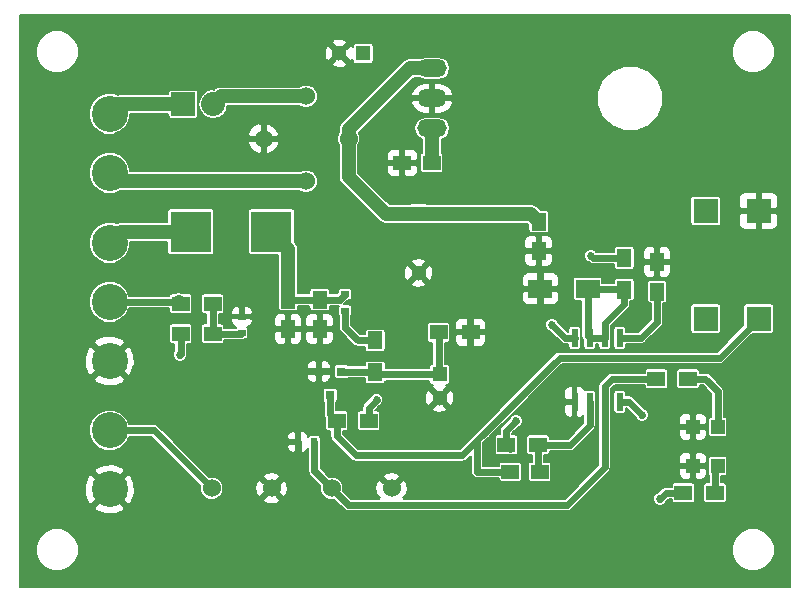
<source format=gbr>
G04 #@! TF.FileFunction,Copper,L1,Top,Signal*
%FSLAX46Y46*%
G04 Gerber Fmt 4.6, Leading zero omitted, Abs format (unit mm)*
G04 Created by KiCad (PCBNEW 4.0.0-2.201512072331+6194~38~ubuntu14.04.1-stable) date Mon 06 Jun 2016 10:48:40 PM CEST*
%MOMM*%
G01*
G04 APERTURE LIST*
%ADD10C,0.100000*%
%ADD11C,3.048000*%
%ADD12R,1.300000X1.300000*%
%ADD13C,1.300000*%
%ADD14R,1.250000X1.500000*%
%ADD15R,1.500000X1.250000*%
%ADD16R,2.000000X1.600000*%
%ADD17R,0.600000X0.700000*%
%ADD18C,1.524000*%
%ADD19R,1.198880X1.198880*%
%ADD20R,0.700000X0.600000*%
%ADD21R,0.800100X0.800100*%
%ADD22R,1.500000X1.300000*%
%ADD23R,1.300000X1.500000*%
%ADD24R,2.032000X2.032000*%
%ADD25O,2.032000X2.032000*%
%ADD26R,2.108200X2.108200*%
%ADD27R,0.600000X1.550000*%
%ADD28R,3.500000X3.500000*%
%ADD29O,2.499360X1.501140*%
%ADD30C,0.685800*%
%ADD31C,1.219200*%
%ADD32C,0.609600*%
%ADD33C,0.152400*%
G04 APERTURE END LIST*
D10*
D11*
X138049000Y-76113000D03*
X138049000Y-81113000D03*
D12*
X164211000Y-84582000D03*
D13*
X164211000Y-89582000D03*
D14*
X174371000Y-85237000D03*
X174371000Y-87737000D03*
D15*
X165334000Y-80264000D03*
X162834000Y-80264000D03*
D12*
X159512000Y-70993000D03*
D13*
X157512000Y-70993000D03*
D15*
X174478000Y-106426000D03*
X171978000Y-106426000D03*
D14*
X184404000Y-88666000D03*
X184404000Y-91166000D03*
X153162000Y-91841000D03*
X153162000Y-94341000D03*
X155829000Y-91841000D03*
X155829000Y-94341000D03*
D12*
X165989000Y-98171000D03*
D13*
X165989000Y-100171000D03*
D16*
X178530000Y-90932000D03*
X174530000Y-90932000D03*
D17*
X153986000Y-103886000D03*
X155386000Y-103886000D03*
D18*
X151093898Y-78232000D03*
X154686000Y-74639898D03*
X158278102Y-78232000D03*
X154686000Y-81824102D03*
D19*
X189517020Y-105918000D03*
X187418980Y-105918000D03*
D20*
X157988000Y-91375000D03*
X157988000Y-92775000D03*
D19*
X189517020Y-102616000D03*
X187418980Y-102616000D03*
D20*
X149225000Y-93280000D03*
X149225000Y-94680000D03*
D11*
X138049000Y-102910000D03*
X138049000Y-107910000D03*
D21*
X157668000Y-97932240D03*
X155768000Y-97932240D03*
X156718000Y-99931220D03*
D22*
X186610000Y-108204000D03*
X189310000Y-108204000D03*
X171624000Y-104140000D03*
X174324000Y-104140000D03*
D23*
X181610000Y-88312000D03*
X181610000Y-91012000D03*
D22*
X157273000Y-102108000D03*
X159973000Y-102108000D03*
X184324000Y-98552000D03*
X187024000Y-98552000D03*
D23*
X160528000Y-97997000D03*
X160528000Y-95297000D03*
D22*
X146765000Y-92202000D03*
X144065000Y-92202000D03*
X144065000Y-94742000D03*
X146765000Y-94742000D03*
X168609000Y-94615000D03*
X165909000Y-94615000D03*
D18*
X146685000Y-107823000D03*
X151765000Y-107823000D03*
X156845000Y-107823000D03*
X161925000Y-107823000D03*
D24*
X144272000Y-75311000D03*
D25*
X146812000Y-75311000D03*
D26*
X193001900Y-84340700D03*
X193001900Y-93459300D03*
X188506100Y-84340700D03*
X188506100Y-93459300D03*
D27*
X177419000Y-100490000D03*
X178689000Y-100490000D03*
X179959000Y-100490000D03*
X181229000Y-100490000D03*
X181229000Y-95090000D03*
X179959000Y-95090000D03*
X178689000Y-95090000D03*
X177419000Y-95090000D03*
D11*
X138049000Y-87035000D03*
X138049000Y-92035000D03*
X138049000Y-97035000D03*
D28*
X151739600Y-86106000D03*
X144932400Y-86106000D03*
D29*
X165354000Y-74803000D03*
X165354000Y-72263000D03*
X165354000Y-77343000D03*
D30*
X144018000Y-96520000D03*
X160655000Y-100330000D03*
X184658000Y-108712000D03*
X172466000Y-102108000D03*
X183134000Y-101600000D03*
X175514000Y-93980000D03*
X178816000Y-88138000D03*
D31*
X164211000Y-84582000D02*
X173716000Y-84582000D01*
X173716000Y-84582000D02*
X174371000Y-85237000D01*
X158278102Y-78232000D02*
X158278102Y-81443102D01*
X161417000Y-84582000D02*
X164211000Y-84582000D01*
X158278102Y-81443102D02*
X161417000Y-84582000D01*
X158278102Y-78232000D02*
X158278102Y-77433898D01*
X163449000Y-72263000D02*
X165354000Y-72263000D01*
X158278102Y-77433898D02*
X163449000Y-72263000D01*
D32*
X153986000Y-103886000D02*
X153986000Y-105602000D01*
X153986000Y-105602000D02*
X151765000Y-107823000D01*
D31*
X165334000Y-80264000D02*
X165354000Y-80244000D01*
X165354000Y-80244000D02*
X165354000Y-77343000D01*
D32*
X144065000Y-94742000D02*
X144065000Y-96473000D01*
X144065000Y-96473000D02*
X144018000Y-96520000D01*
X159973000Y-102108000D02*
X159973000Y-101012000D01*
X159973000Y-101012000D02*
X160655000Y-100330000D01*
X171978000Y-104494000D02*
X171624000Y-104140000D01*
X186610000Y-108204000D02*
X185166000Y-108204000D01*
X185166000Y-108204000D02*
X184658000Y-108712000D01*
X171624000Y-104140000D02*
X171624000Y-102950000D01*
X171624000Y-102950000D02*
X172466000Y-102108000D01*
X181229000Y-100490000D02*
X182024000Y-100490000D01*
X182024000Y-100490000D02*
X183134000Y-101600000D01*
X177419000Y-95090000D02*
X176624000Y-95090000D01*
X176624000Y-95090000D02*
X175514000Y-93980000D01*
X181610000Y-88312000D02*
X178990000Y-88312000D01*
X178990000Y-88312000D02*
X178816000Y-88138000D01*
X178689000Y-100490000D02*
X178689000Y-102489000D01*
X177038000Y-104140000D02*
X174324000Y-104140000D01*
X178689000Y-102489000D02*
X177038000Y-104140000D01*
X174324000Y-104140000D02*
X174324000Y-106272000D01*
X174324000Y-106272000D02*
X174478000Y-106426000D01*
X193001900Y-93459300D02*
X189687200Y-96774000D01*
X176149000Y-96774000D02*
X169164000Y-103759000D01*
X189687200Y-96774000D02*
X176149000Y-96774000D01*
X157273000Y-102108000D02*
X157273000Y-103425000D01*
X167894000Y-105029000D02*
X169164000Y-103759000D01*
X158877000Y-105029000D02*
X167894000Y-105029000D01*
X157273000Y-103425000D02*
X158877000Y-105029000D01*
X156718000Y-99931220D02*
X156718000Y-101553000D01*
X169164000Y-103759000D02*
X169164000Y-106426000D01*
X171978000Y-106426000D02*
X169164000Y-106426000D01*
X184404000Y-91166000D02*
X184404000Y-93726000D01*
X183040000Y-95090000D02*
X181229000Y-95090000D01*
X184404000Y-93726000D02*
X183040000Y-95090000D01*
D31*
X151739600Y-86106000D02*
X153162000Y-87528400D01*
X153162000Y-87528400D02*
X153162000Y-91841000D01*
D32*
X155829000Y-91841000D02*
X157522000Y-91841000D01*
X157522000Y-91841000D02*
X157988000Y-91375000D01*
X153162000Y-91841000D02*
X155829000Y-91841000D01*
X165989000Y-98171000D02*
X160702000Y-98171000D01*
X160702000Y-98171000D02*
X160528000Y-97997000D01*
X165909000Y-94615000D02*
X165909000Y-98091000D01*
X165909000Y-98091000D02*
X165989000Y-98171000D01*
X157668000Y-97932240D02*
X160463240Y-97932240D01*
X160463240Y-97932240D02*
X160528000Y-97997000D01*
X178530000Y-90932000D02*
X181530000Y-90932000D01*
X181530000Y-90932000D02*
X181610000Y-91012000D01*
X179959000Y-95090000D02*
X179959000Y-93853000D01*
X181610000Y-92202000D02*
X181610000Y-91012000D01*
X179959000Y-93853000D02*
X181610000Y-92202000D01*
X178689000Y-95090000D02*
X178530000Y-94931000D01*
X178530000Y-94931000D02*
X178530000Y-90932000D01*
X178689000Y-95090000D02*
X179959000Y-95090000D01*
X179959000Y-100490000D02*
X179959000Y-99187000D01*
X180594000Y-98552000D02*
X184324000Y-98552000D01*
X179959000Y-99187000D02*
X180594000Y-98552000D01*
X156845000Y-107823000D02*
X158242000Y-109220000D01*
X179959000Y-106045000D02*
X179959000Y-100490000D01*
X176784000Y-109220000D02*
X179959000Y-106045000D01*
X158242000Y-109220000D02*
X176784000Y-109220000D01*
X155386000Y-103886000D02*
X155386000Y-106364000D01*
X155386000Y-106364000D02*
X156845000Y-107823000D01*
D31*
X138049000Y-81113000D02*
X138760102Y-81824102D01*
X138760102Y-81824102D02*
X154686000Y-81824102D01*
D32*
X189310000Y-108204000D02*
X189310000Y-106125020D01*
X189310000Y-106125020D02*
X189517020Y-105918000D01*
X157988000Y-92775000D02*
X157988000Y-94234000D01*
X159051000Y-95297000D02*
X160528000Y-95297000D01*
X157988000Y-94234000D02*
X159051000Y-95297000D01*
X187024000Y-98552000D02*
X188468000Y-98552000D01*
X189517020Y-99601020D02*
X189517020Y-102616000D01*
X188468000Y-98552000D02*
X189517020Y-99601020D01*
X146765000Y-94742000D02*
X149163000Y-94742000D01*
X149163000Y-94742000D02*
X149225000Y-94680000D01*
X146765000Y-92202000D02*
X146765000Y-94742000D01*
X146685000Y-107823000D02*
X141772000Y-102910000D01*
X141772000Y-102910000D02*
X138049000Y-102910000D01*
D31*
X138049000Y-87035000D02*
X138978000Y-86106000D01*
X138978000Y-86106000D02*
X144932400Y-86106000D01*
D32*
X138049000Y-92035000D02*
X143898000Y-92035000D01*
X143898000Y-92035000D02*
X144065000Y-92202000D01*
D31*
X143898000Y-92035000D02*
X144065000Y-92202000D01*
D32*
X143724000Y-92035000D02*
X143811000Y-91948000D01*
D31*
X138049000Y-76113000D02*
X138851000Y-75311000D01*
X138851000Y-75311000D02*
X144272000Y-75311000D01*
X146812000Y-75311000D02*
X147483102Y-74639898D01*
X147483102Y-74639898D02*
X154686000Y-74639898D01*
D33*
G36*
X195657400Y-116155400D02*
X130478600Y-116155400D01*
X130478600Y-113392135D01*
X131775084Y-113392135D01*
X132052885Y-114064465D01*
X132566829Y-114579307D01*
X133238673Y-114858282D01*
X133966135Y-114858916D01*
X134638465Y-114581115D01*
X135153307Y-114067171D01*
X135432282Y-113395327D01*
X135432284Y-113392135D01*
X190703084Y-113392135D01*
X190980885Y-114064465D01*
X191494829Y-114579307D01*
X192166673Y-114858282D01*
X192894135Y-114858916D01*
X193566465Y-114581115D01*
X194081307Y-114067171D01*
X194360282Y-113395327D01*
X194360916Y-112667865D01*
X194083115Y-111995535D01*
X193569171Y-111480693D01*
X192897327Y-111201718D01*
X192169865Y-111201084D01*
X191497535Y-111478885D01*
X190982693Y-111992829D01*
X190703718Y-112664673D01*
X190703084Y-113392135D01*
X135432284Y-113392135D01*
X135432916Y-112667865D01*
X135155115Y-111995535D01*
X134641171Y-111480693D01*
X133969327Y-111201718D01*
X133241865Y-111201084D01*
X132569535Y-111478885D01*
X132054693Y-111992829D01*
X131775718Y-112664673D01*
X131775084Y-113392135D01*
X130478600Y-113392135D01*
X130478600Y-109446788D01*
X136763659Y-109446788D01*
X136933727Y-109747533D01*
X137721816Y-110034456D01*
X138559715Y-109997949D01*
X139164273Y-109747533D01*
X139334341Y-109446788D01*
X138049000Y-108161447D01*
X136763659Y-109446788D01*
X130478600Y-109446788D01*
X130478600Y-107582816D01*
X135924544Y-107582816D01*
X135961051Y-108420715D01*
X136211467Y-109025273D01*
X136512212Y-109195341D01*
X137797553Y-107910000D01*
X138300447Y-107910000D01*
X139585788Y-109195341D01*
X139886533Y-109025273D01*
X140173456Y-108237184D01*
X140136949Y-107399285D01*
X139886533Y-106794727D01*
X139585788Y-106624659D01*
X138300447Y-107910000D01*
X137797553Y-107910000D01*
X136512212Y-106624659D01*
X136211467Y-106794727D01*
X135924544Y-107582816D01*
X130478600Y-107582816D01*
X130478600Y-106373212D01*
X136763659Y-106373212D01*
X138049000Y-107658553D01*
X139334341Y-106373212D01*
X139164273Y-106072467D01*
X138376184Y-105785544D01*
X137538285Y-105822051D01*
X136933727Y-106072467D01*
X136763659Y-106373212D01*
X130478600Y-106373212D01*
X130478600Y-103257084D01*
X136296097Y-103257084D01*
X136562352Y-103901471D01*
X137054936Y-104394915D01*
X137698857Y-104662295D01*
X138396084Y-104662903D01*
X139040471Y-104396648D01*
X139533915Y-103904064D01*
X139725200Y-103443400D01*
X141551058Y-103443400D01*
X145705774Y-107598116D01*
X145694572Y-107625093D01*
X145694228Y-108019178D01*
X145844721Y-108383397D01*
X146123138Y-108662300D01*
X146487093Y-108813428D01*
X146881178Y-108813772D01*
X146897940Y-108806846D01*
X151032601Y-108806846D01*
X151108862Y-109028588D01*
X151620166Y-109187911D01*
X152153520Y-109139439D01*
X152421138Y-109028588D01*
X152497399Y-108806846D01*
X151765000Y-108074447D01*
X151032601Y-108806846D01*
X146897940Y-108806846D01*
X147245397Y-108663279D01*
X147524300Y-108384862D01*
X147675428Y-108020907D01*
X147675727Y-107678166D01*
X150400089Y-107678166D01*
X150448561Y-108211520D01*
X150559412Y-108479138D01*
X150781154Y-108555399D01*
X151513553Y-107823000D01*
X152016447Y-107823000D01*
X152748846Y-108555399D01*
X152970588Y-108479138D01*
X153129911Y-107967834D01*
X153081439Y-107434480D01*
X152970588Y-107166862D01*
X152748846Y-107090601D01*
X152016447Y-107823000D01*
X151513553Y-107823000D01*
X150781154Y-107090601D01*
X150559412Y-107166862D01*
X150400089Y-107678166D01*
X147675727Y-107678166D01*
X147675772Y-107626822D01*
X147525279Y-107262603D01*
X147246862Y-106983700D01*
X146898759Y-106839154D01*
X151032601Y-106839154D01*
X151765000Y-107571553D01*
X152497399Y-106839154D01*
X152421138Y-106617412D01*
X151909834Y-106458089D01*
X151376480Y-106506561D01*
X151108862Y-106617412D01*
X151032601Y-106839154D01*
X146898759Y-106839154D01*
X146882907Y-106832572D01*
X146488822Y-106832228D01*
X146460339Y-106843997D01*
X143823392Y-104207050D01*
X153101800Y-104207050D01*
X153101800Y-104352204D01*
X153190739Y-104566922D01*
X153355077Y-104731261D01*
X153569795Y-104820200D01*
X153689950Y-104820200D01*
X153836000Y-104674150D01*
X153836000Y-104061000D01*
X153247850Y-104061000D01*
X153101800Y-104207050D01*
X143823392Y-104207050D01*
X143036138Y-103419796D01*
X153101800Y-103419796D01*
X153101800Y-103564950D01*
X153247850Y-103711000D01*
X153836000Y-103711000D01*
X153836000Y-103097850D01*
X154136000Y-103097850D01*
X154136000Y-103711000D01*
X154183800Y-103711000D01*
X154183800Y-104061000D01*
X154136000Y-104061000D01*
X154136000Y-104674150D01*
X154282050Y-104820200D01*
X154402205Y-104820200D01*
X154616923Y-104731261D01*
X154781261Y-104566922D01*
X154852600Y-104394694D01*
X154852600Y-106364000D01*
X154893203Y-106568123D01*
X155008829Y-106741171D01*
X155865774Y-107598115D01*
X155854572Y-107625093D01*
X155854228Y-108019178D01*
X156004721Y-108383397D01*
X156283138Y-108662300D01*
X156647093Y-108813428D01*
X157041178Y-108813772D01*
X157069661Y-108802003D01*
X157864829Y-109597171D01*
X158037876Y-109712797D01*
X158242000Y-109753400D01*
X176784000Y-109753400D01*
X176988123Y-109712797D01*
X177161171Y-109597171D01*
X177933162Y-108825180D01*
X184086401Y-108825180D01*
X184173224Y-109035306D01*
X184333849Y-109196211D01*
X184543823Y-109283400D01*
X184771180Y-109283599D01*
X184981306Y-109196776D01*
X185142211Y-109036151D01*
X185180571Y-108943771D01*
X185386941Y-108737400D01*
X185626922Y-108737400D01*
X185626922Y-108854000D01*
X185642862Y-108938714D01*
X185692928Y-109016518D01*
X185769320Y-109068715D01*
X185860000Y-109087078D01*
X187360000Y-109087078D01*
X187444714Y-109071138D01*
X187522518Y-109021072D01*
X187574715Y-108944680D01*
X187593078Y-108854000D01*
X187593078Y-107554000D01*
X188326922Y-107554000D01*
X188326922Y-108854000D01*
X188342862Y-108938714D01*
X188392928Y-109016518D01*
X188469320Y-109068715D01*
X188560000Y-109087078D01*
X190060000Y-109087078D01*
X190144714Y-109071138D01*
X190222518Y-109021072D01*
X190274715Y-108944680D01*
X190293078Y-108854000D01*
X190293078Y-107554000D01*
X190277138Y-107469286D01*
X190227072Y-107391482D01*
X190150680Y-107339285D01*
X190060000Y-107320922D01*
X189843400Y-107320922D01*
X189843400Y-106750518D01*
X190116460Y-106750518D01*
X190201174Y-106734578D01*
X190278978Y-106684512D01*
X190331175Y-106608120D01*
X190349538Y-106517440D01*
X190349538Y-105318560D01*
X190333598Y-105233846D01*
X190283532Y-105156042D01*
X190207140Y-105103845D01*
X190116460Y-105085482D01*
X188917580Y-105085482D01*
X188832866Y-105101422D01*
X188755062Y-105151488D01*
X188702865Y-105227880D01*
X188684502Y-105318560D01*
X188684502Y-106517440D01*
X188700442Y-106602154D01*
X188750508Y-106679958D01*
X188776600Y-106697786D01*
X188776600Y-107320922D01*
X188560000Y-107320922D01*
X188475286Y-107336862D01*
X188397482Y-107386928D01*
X188345285Y-107463320D01*
X188326922Y-107554000D01*
X187593078Y-107554000D01*
X187577138Y-107469286D01*
X187527072Y-107391482D01*
X187450680Y-107339285D01*
X187360000Y-107320922D01*
X185860000Y-107320922D01*
X185775286Y-107336862D01*
X185697482Y-107386928D01*
X185645285Y-107463320D01*
X185626922Y-107554000D01*
X185626922Y-107670600D01*
X185166000Y-107670600D01*
X184961876Y-107711203D01*
X184892563Y-107757516D01*
X184788829Y-107826829D01*
X184788827Y-107826832D01*
X184426275Y-108189383D01*
X184334694Y-108227224D01*
X184173789Y-108387849D01*
X184086600Y-108597823D01*
X184086401Y-108825180D01*
X177933162Y-108825180D01*
X180336171Y-106422171D01*
X180451797Y-106249123D01*
X180453243Y-106241850D01*
X186235340Y-106241850D01*
X186235340Y-106633644D01*
X186324279Y-106848362D01*
X186488617Y-107012701D01*
X186703335Y-107101640D01*
X187095130Y-107101640D01*
X187241180Y-106955590D01*
X187241180Y-106095800D01*
X187596780Y-106095800D01*
X187596780Y-106955590D01*
X187742830Y-107101640D01*
X188134625Y-107101640D01*
X188349343Y-107012701D01*
X188513681Y-106848362D01*
X188602620Y-106633644D01*
X188602620Y-106241850D01*
X188456570Y-106095800D01*
X187596780Y-106095800D01*
X187241180Y-106095800D01*
X186381390Y-106095800D01*
X186235340Y-106241850D01*
X180453243Y-106241850D01*
X180492400Y-106045000D01*
X180492400Y-105202356D01*
X186235340Y-105202356D01*
X186235340Y-105594150D01*
X186381390Y-105740200D01*
X187241180Y-105740200D01*
X187241180Y-104880410D01*
X187596780Y-104880410D01*
X187596780Y-105740200D01*
X188456570Y-105740200D01*
X188602620Y-105594150D01*
X188602620Y-105202356D01*
X188513681Y-104987638D01*
X188349343Y-104823299D01*
X188134625Y-104734360D01*
X187742830Y-104734360D01*
X187596780Y-104880410D01*
X187241180Y-104880410D01*
X187095130Y-104734360D01*
X186703335Y-104734360D01*
X186488617Y-104823299D01*
X186324279Y-104987638D01*
X186235340Y-105202356D01*
X180492400Y-105202356D01*
X180492400Y-102939850D01*
X186235340Y-102939850D01*
X186235340Y-103331644D01*
X186324279Y-103546362D01*
X186488617Y-103710701D01*
X186703335Y-103799640D01*
X187095130Y-103799640D01*
X187241180Y-103653590D01*
X187241180Y-102793800D01*
X187596780Y-102793800D01*
X187596780Y-103653590D01*
X187742830Y-103799640D01*
X188134625Y-103799640D01*
X188349343Y-103710701D01*
X188513681Y-103546362D01*
X188602620Y-103331644D01*
X188602620Y-102939850D01*
X188456570Y-102793800D01*
X187596780Y-102793800D01*
X187241180Y-102793800D01*
X186381390Y-102793800D01*
X186235340Y-102939850D01*
X180492400Y-102939850D01*
X180492400Y-100490000D01*
X180695600Y-100490000D01*
X180695922Y-100491619D01*
X180695922Y-101265000D01*
X180711862Y-101349714D01*
X180761928Y-101427518D01*
X180838320Y-101479715D01*
X180929000Y-101498078D01*
X181529000Y-101498078D01*
X181613714Y-101482138D01*
X181691518Y-101432072D01*
X181743715Y-101355680D01*
X181762078Y-101265000D01*
X181762078Y-101023400D01*
X181803058Y-101023400D01*
X182611383Y-101831725D01*
X182649224Y-101923306D01*
X182809849Y-102084211D01*
X183019823Y-102171400D01*
X183247180Y-102171599D01*
X183457306Y-102084776D01*
X183618211Y-101924151D01*
X183628091Y-101900356D01*
X186235340Y-101900356D01*
X186235340Y-102292150D01*
X186381390Y-102438200D01*
X187241180Y-102438200D01*
X187241180Y-101578410D01*
X187596780Y-101578410D01*
X187596780Y-102438200D01*
X188456570Y-102438200D01*
X188602620Y-102292150D01*
X188602620Y-101900356D01*
X188513681Y-101685638D01*
X188349343Y-101521299D01*
X188134625Y-101432360D01*
X187742830Y-101432360D01*
X187596780Y-101578410D01*
X187241180Y-101578410D01*
X187095130Y-101432360D01*
X186703335Y-101432360D01*
X186488617Y-101521299D01*
X186324279Y-101685638D01*
X186235340Y-101900356D01*
X183628091Y-101900356D01*
X183705400Y-101714177D01*
X183705599Y-101486820D01*
X183618776Y-101276694D01*
X183458151Y-101115789D01*
X183365772Y-101077430D01*
X182401171Y-100112829D01*
X182228123Y-99997203D01*
X182024000Y-99956600D01*
X181762078Y-99956600D01*
X181762078Y-99715000D01*
X181746138Y-99630286D01*
X181696072Y-99552482D01*
X181619680Y-99500285D01*
X181529000Y-99481922D01*
X180929000Y-99481922D01*
X180844286Y-99497862D01*
X180766482Y-99547928D01*
X180714285Y-99624320D01*
X180695922Y-99715000D01*
X180695922Y-100488381D01*
X180695600Y-100490000D01*
X180492400Y-100490000D01*
X180492400Y-99407942D01*
X180814941Y-99085400D01*
X183340922Y-99085400D01*
X183340922Y-99202000D01*
X183356862Y-99286714D01*
X183406928Y-99364518D01*
X183483320Y-99416715D01*
X183574000Y-99435078D01*
X185074000Y-99435078D01*
X185158714Y-99419138D01*
X185236518Y-99369072D01*
X185288715Y-99292680D01*
X185307078Y-99202000D01*
X185307078Y-97902000D01*
X186040922Y-97902000D01*
X186040922Y-99202000D01*
X186056862Y-99286714D01*
X186106928Y-99364518D01*
X186183320Y-99416715D01*
X186274000Y-99435078D01*
X187774000Y-99435078D01*
X187858714Y-99419138D01*
X187936518Y-99369072D01*
X187988715Y-99292680D01*
X188007078Y-99202000D01*
X188007078Y-99085400D01*
X188247058Y-99085400D01*
X188983620Y-99821962D01*
X188983620Y-101783482D01*
X188917580Y-101783482D01*
X188832866Y-101799422D01*
X188755062Y-101849488D01*
X188702865Y-101925880D01*
X188684502Y-102016560D01*
X188684502Y-103215440D01*
X188700442Y-103300154D01*
X188750508Y-103377958D01*
X188826900Y-103430155D01*
X188917580Y-103448518D01*
X190116460Y-103448518D01*
X190201174Y-103432578D01*
X190278978Y-103382512D01*
X190331175Y-103306120D01*
X190349538Y-103215440D01*
X190349538Y-102016560D01*
X190333598Y-101931846D01*
X190283532Y-101854042D01*
X190207140Y-101801845D01*
X190116460Y-101783482D01*
X190050420Y-101783482D01*
X190050420Y-99601020D01*
X190009817Y-99396897D01*
X190009817Y-99396896D01*
X189894191Y-99223849D01*
X188845171Y-98174829D01*
X188672123Y-98059203D01*
X188468000Y-98018600D01*
X188007078Y-98018600D01*
X188007078Y-97902000D01*
X187991138Y-97817286D01*
X187941072Y-97739482D01*
X187864680Y-97687285D01*
X187774000Y-97668922D01*
X186274000Y-97668922D01*
X186189286Y-97684862D01*
X186111482Y-97734928D01*
X186059285Y-97811320D01*
X186040922Y-97902000D01*
X185307078Y-97902000D01*
X185291138Y-97817286D01*
X185241072Y-97739482D01*
X185164680Y-97687285D01*
X185074000Y-97668922D01*
X183574000Y-97668922D01*
X183489286Y-97684862D01*
X183411482Y-97734928D01*
X183359285Y-97811320D01*
X183340922Y-97902000D01*
X183340922Y-98018600D01*
X180594005Y-98018600D01*
X180594000Y-98018599D01*
X180389877Y-98059203D01*
X180216829Y-98174829D01*
X180216827Y-98174832D01*
X179581829Y-98809829D01*
X179466203Y-98982877D01*
X179425600Y-99187000D01*
X179425600Y-105824058D01*
X176563058Y-108686600D01*
X163000402Y-108686600D01*
X163020226Y-108666776D01*
X162908848Y-108555398D01*
X163130588Y-108479138D01*
X163289911Y-107967834D01*
X163241439Y-107434480D01*
X163130588Y-107166862D01*
X162908846Y-107090601D01*
X162176447Y-107823000D01*
X162190590Y-107837143D01*
X161939143Y-108088590D01*
X161925000Y-108074447D01*
X161910858Y-108088590D01*
X161659411Y-107837143D01*
X161673553Y-107823000D01*
X160941154Y-107090601D01*
X160719412Y-107166862D01*
X160560089Y-107678166D01*
X160608561Y-108211520D01*
X160719412Y-108479138D01*
X160941152Y-108555398D01*
X160829774Y-108666776D01*
X160849598Y-108686600D01*
X158462942Y-108686600D01*
X157824226Y-108047884D01*
X157835428Y-108020907D01*
X157835772Y-107626822D01*
X157685279Y-107262603D01*
X157406862Y-106983700D01*
X157058759Y-106839154D01*
X161192601Y-106839154D01*
X161925000Y-107571553D01*
X162657399Y-106839154D01*
X162581138Y-106617412D01*
X162069834Y-106458089D01*
X161536480Y-106506561D01*
X161268862Y-106617412D01*
X161192601Y-106839154D01*
X157058759Y-106839154D01*
X157042907Y-106832572D01*
X156648822Y-106832228D01*
X156620339Y-106843997D01*
X155919400Y-106143058D01*
X155919400Y-103886000D01*
X155919078Y-103884381D01*
X155919078Y-103536000D01*
X155903138Y-103451286D01*
X155853072Y-103373482D01*
X155776680Y-103321285D01*
X155686000Y-103302922D01*
X155086000Y-103302922D01*
X155001286Y-103318862D01*
X154923482Y-103368928D01*
X154871285Y-103445320D01*
X154870200Y-103450678D01*
X154870200Y-103419796D01*
X154781261Y-103205078D01*
X154616923Y-103040739D01*
X154402205Y-102951800D01*
X154282050Y-102951800D01*
X154136000Y-103097850D01*
X153836000Y-103097850D01*
X153689950Y-102951800D01*
X153569795Y-102951800D01*
X153355077Y-103040739D01*
X153190739Y-103205078D01*
X153101800Y-103419796D01*
X143036138Y-103419796D01*
X142149171Y-102532829D01*
X141976123Y-102417203D01*
X141772000Y-102376600D01*
X139724919Y-102376600D01*
X139535648Y-101918529D01*
X139043064Y-101425085D01*
X138399143Y-101157705D01*
X137701916Y-101157097D01*
X137057529Y-101423352D01*
X136564085Y-101915936D01*
X136296705Y-102559857D01*
X136296097Y-103257084D01*
X130478600Y-103257084D01*
X130478600Y-99531170D01*
X156084872Y-99531170D01*
X156084872Y-100331270D01*
X156100812Y-100415984D01*
X156150878Y-100493788D01*
X156184600Y-100516830D01*
X156184600Y-101553000D01*
X156225203Y-101757123D01*
X156289922Y-101853983D01*
X156289922Y-102758000D01*
X156305862Y-102842714D01*
X156355928Y-102920518D01*
X156432320Y-102972715D01*
X156523000Y-102991078D01*
X156739600Y-102991078D01*
X156739600Y-103425000D01*
X156780203Y-103629123D01*
X156895829Y-103802171D01*
X158499827Y-105406168D01*
X158499829Y-105406171D01*
X158528313Y-105425203D01*
X158672877Y-105521797D01*
X158877000Y-105562401D01*
X158877005Y-105562400D01*
X167894000Y-105562400D01*
X168098123Y-105521797D01*
X168271171Y-105406171D01*
X168630600Y-105046742D01*
X168630600Y-106426000D01*
X168671203Y-106630123D01*
X168786829Y-106803171D01*
X168959877Y-106918797D01*
X169164000Y-106959400D01*
X170994922Y-106959400D01*
X170994922Y-107051000D01*
X171010862Y-107135714D01*
X171060928Y-107213518D01*
X171137320Y-107265715D01*
X171228000Y-107284078D01*
X172728000Y-107284078D01*
X172812714Y-107268138D01*
X172890518Y-107218072D01*
X172942715Y-107141680D01*
X172961078Y-107051000D01*
X172961078Y-105801000D01*
X172945138Y-105716286D01*
X172895072Y-105638482D01*
X172818680Y-105586285D01*
X172728000Y-105567922D01*
X171228000Y-105567922D01*
X171143286Y-105583862D01*
X171065482Y-105633928D01*
X171013285Y-105710320D01*
X170994922Y-105801000D01*
X170994922Y-105892600D01*
X169697400Y-105892600D01*
X169697400Y-103979942D01*
X170187342Y-103490000D01*
X170640922Y-103490000D01*
X170640922Y-104790000D01*
X170656862Y-104874714D01*
X170706928Y-104952518D01*
X170783320Y-105004715D01*
X170874000Y-105023078D01*
X171956268Y-105023078D01*
X171978000Y-105027401D01*
X171999733Y-105023078D01*
X172374000Y-105023078D01*
X172458714Y-105007138D01*
X172536518Y-104957072D01*
X172588715Y-104880680D01*
X172607078Y-104790000D01*
X172607078Y-103490000D01*
X173340922Y-103490000D01*
X173340922Y-104790000D01*
X173356862Y-104874714D01*
X173406928Y-104952518D01*
X173483320Y-105004715D01*
X173574000Y-105023078D01*
X173790600Y-105023078D01*
X173790600Y-105567922D01*
X173728000Y-105567922D01*
X173643286Y-105583862D01*
X173565482Y-105633928D01*
X173513285Y-105710320D01*
X173494922Y-105801000D01*
X173494922Y-107051000D01*
X173510862Y-107135714D01*
X173560928Y-107213518D01*
X173637320Y-107265715D01*
X173728000Y-107284078D01*
X175228000Y-107284078D01*
X175312714Y-107268138D01*
X175390518Y-107218072D01*
X175442715Y-107141680D01*
X175461078Y-107051000D01*
X175461078Y-105801000D01*
X175445138Y-105716286D01*
X175395072Y-105638482D01*
X175318680Y-105586285D01*
X175228000Y-105567922D01*
X174857400Y-105567922D01*
X174857400Y-105023078D01*
X175074000Y-105023078D01*
X175158714Y-105007138D01*
X175236518Y-104957072D01*
X175288715Y-104880680D01*
X175307078Y-104790000D01*
X175307078Y-104673400D01*
X177038000Y-104673400D01*
X177242123Y-104632797D01*
X177415171Y-104517171D01*
X179066168Y-102866173D01*
X179066171Y-102866171D01*
X179181797Y-102693123D01*
X179184527Y-102679400D01*
X179222401Y-102489000D01*
X179222400Y-102488995D01*
X179222400Y-100490000D01*
X179222078Y-100488381D01*
X179222078Y-99715000D01*
X179206138Y-99630286D01*
X179156072Y-99552482D01*
X179079680Y-99500285D01*
X178989000Y-99481922D01*
X178389000Y-99481922D01*
X178304286Y-99497862D01*
X178270419Y-99519655D01*
X178214261Y-99384077D01*
X178049922Y-99219739D01*
X177835204Y-99130800D01*
X177715050Y-99130800D01*
X177569000Y-99276850D01*
X177569000Y-100312200D01*
X177616800Y-100312200D01*
X177616800Y-100667800D01*
X177569000Y-100667800D01*
X177569000Y-101703150D01*
X177715050Y-101849200D01*
X177835204Y-101849200D01*
X178049922Y-101760261D01*
X178155600Y-101654584D01*
X178155600Y-102268059D01*
X176817058Y-103606600D01*
X175307078Y-103606600D01*
X175307078Y-103490000D01*
X175291138Y-103405286D01*
X175241072Y-103327482D01*
X175164680Y-103275285D01*
X175074000Y-103256922D01*
X173574000Y-103256922D01*
X173489286Y-103272862D01*
X173411482Y-103322928D01*
X173359285Y-103399320D01*
X173340922Y-103490000D01*
X172607078Y-103490000D01*
X172591138Y-103405286D01*
X172541072Y-103327482D01*
X172464680Y-103275285D01*
X172374000Y-103256922D01*
X172157400Y-103256922D01*
X172157400Y-103170942D01*
X172697725Y-102630617D01*
X172789306Y-102592776D01*
X172950211Y-102432151D01*
X173037400Y-102222177D01*
X173037599Y-101994820D01*
X172950776Y-101784694D01*
X172790151Y-101623789D01*
X172580177Y-101536600D01*
X172352820Y-101536401D01*
X172142694Y-101623224D01*
X171981789Y-101783849D01*
X171943430Y-101876228D01*
X171246829Y-102572829D01*
X171131203Y-102745877D01*
X171090600Y-102950000D01*
X171090600Y-103256922D01*
X170874000Y-103256922D01*
X170789286Y-103272862D01*
X170711482Y-103322928D01*
X170659285Y-103399320D01*
X170640922Y-103490000D01*
X170187342Y-103490000D01*
X172863492Y-100813850D01*
X176534800Y-100813850D01*
X176534800Y-101381205D01*
X176623739Y-101595923D01*
X176788078Y-101760261D01*
X177002796Y-101849200D01*
X177122950Y-101849200D01*
X177269000Y-101703150D01*
X177269000Y-100667800D01*
X176680850Y-100667800D01*
X176534800Y-100813850D01*
X172863492Y-100813850D01*
X174078547Y-99598795D01*
X176534800Y-99598795D01*
X176534800Y-100166150D01*
X176680850Y-100312200D01*
X177269000Y-100312200D01*
X177269000Y-99276850D01*
X177122950Y-99130800D01*
X177002796Y-99130800D01*
X176788078Y-99219739D01*
X176623739Y-99384077D01*
X176534800Y-99598795D01*
X174078547Y-99598795D01*
X176369942Y-97307400D01*
X189687200Y-97307400D01*
X189891323Y-97266797D01*
X190064371Y-97151171D01*
X192469064Y-94746478D01*
X194056000Y-94746478D01*
X194140714Y-94730538D01*
X194218518Y-94680472D01*
X194270715Y-94604080D01*
X194289078Y-94513400D01*
X194289078Y-92405200D01*
X194273138Y-92320486D01*
X194223072Y-92242682D01*
X194146680Y-92190485D01*
X194056000Y-92172122D01*
X191947800Y-92172122D01*
X191863086Y-92188062D01*
X191785282Y-92238128D01*
X191733085Y-92314520D01*
X191714722Y-92405200D01*
X191714722Y-93992136D01*
X189466258Y-96240600D01*
X176149005Y-96240600D01*
X176149000Y-96240599D01*
X175944877Y-96281203D01*
X175771829Y-96396829D01*
X167673058Y-104495600D01*
X159097941Y-104495600D01*
X157806400Y-103204058D01*
X157806400Y-102991078D01*
X158023000Y-102991078D01*
X158107714Y-102975138D01*
X158185518Y-102925072D01*
X158237715Y-102848680D01*
X158256078Y-102758000D01*
X158256078Y-101458000D01*
X158989922Y-101458000D01*
X158989922Y-102758000D01*
X159005862Y-102842714D01*
X159055928Y-102920518D01*
X159132320Y-102972715D01*
X159223000Y-102991078D01*
X160723000Y-102991078D01*
X160807714Y-102975138D01*
X160885518Y-102925072D01*
X160937715Y-102848680D01*
X160956078Y-102758000D01*
X160956078Y-101458000D01*
X160940138Y-101373286D01*
X160890072Y-101295482D01*
X160813680Y-101243285D01*
X160723000Y-101224922D01*
X160514420Y-101224922D01*
X160666196Y-101073146D01*
X165338301Y-101073146D01*
X165400607Y-101283345D01*
X165871072Y-101423842D01*
X166359490Y-101373605D01*
X166577393Y-101283345D01*
X166639699Y-101073146D01*
X165989000Y-100422447D01*
X165338301Y-101073146D01*
X160666196Y-101073146D01*
X160886725Y-100852617D01*
X160978306Y-100814776D01*
X161139211Y-100654151D01*
X161226400Y-100444177D01*
X161226599Y-100216820D01*
X161158940Y-100053072D01*
X164736158Y-100053072D01*
X164786395Y-100541490D01*
X164876655Y-100759393D01*
X165086854Y-100821699D01*
X165737553Y-100171000D01*
X166240447Y-100171000D01*
X166891146Y-100821699D01*
X167101345Y-100759393D01*
X167241842Y-100288928D01*
X167191605Y-99800510D01*
X167101345Y-99582607D01*
X166891146Y-99520301D01*
X166240447Y-100171000D01*
X165737553Y-100171000D01*
X165086854Y-99520301D01*
X164876655Y-99582607D01*
X164736158Y-100053072D01*
X161158940Y-100053072D01*
X161139776Y-100006694D01*
X160979151Y-99845789D01*
X160769177Y-99758600D01*
X160541820Y-99758401D01*
X160331694Y-99845224D01*
X160170789Y-100005849D01*
X160132430Y-100098228D01*
X159595829Y-100634829D01*
X159480203Y-100807877D01*
X159439600Y-101012000D01*
X159439600Y-101224922D01*
X159223000Y-101224922D01*
X159138286Y-101240862D01*
X159060482Y-101290928D01*
X159008285Y-101367320D01*
X158989922Y-101458000D01*
X158256078Y-101458000D01*
X158240138Y-101373286D01*
X158190072Y-101295482D01*
X158113680Y-101243285D01*
X158023000Y-101224922D01*
X157251400Y-101224922D01*
X157251400Y-100517111D01*
X157280568Y-100498342D01*
X157332765Y-100421950D01*
X157351128Y-100331270D01*
X157351128Y-99531170D01*
X157335188Y-99446456D01*
X157285122Y-99368652D01*
X157208730Y-99316455D01*
X157118050Y-99298092D01*
X156317950Y-99298092D01*
X156233236Y-99314032D01*
X156155432Y-99364098D01*
X156103235Y-99440490D01*
X156084872Y-99531170D01*
X130478600Y-99531170D01*
X130478600Y-98571788D01*
X136763659Y-98571788D01*
X136933727Y-98872533D01*
X137721816Y-99159456D01*
X138559715Y-99122949D01*
X139164273Y-98872533D01*
X139334341Y-98571788D01*
X138049000Y-97286447D01*
X136763659Y-98571788D01*
X130478600Y-98571788D01*
X130478600Y-96707816D01*
X135924544Y-96707816D01*
X135961051Y-97545715D01*
X136211467Y-98150273D01*
X136512212Y-98320341D01*
X137797553Y-97035000D01*
X138300447Y-97035000D01*
X139585788Y-98320341D01*
X139699408Y-98256090D01*
X154783750Y-98256090D01*
X154783750Y-98448494D01*
X154872689Y-98663212D01*
X155037027Y-98827551D01*
X155251745Y-98916490D01*
X155444150Y-98916490D01*
X155590200Y-98770440D01*
X155590200Y-98110040D01*
X155945800Y-98110040D01*
X155945800Y-98770440D01*
X156091850Y-98916490D01*
X156284255Y-98916490D01*
X156498973Y-98827551D01*
X156663311Y-98663212D01*
X156752250Y-98448494D01*
X156752250Y-98256090D01*
X156606200Y-98110040D01*
X155945800Y-98110040D01*
X155590200Y-98110040D01*
X154929800Y-98110040D01*
X154783750Y-98256090D01*
X139699408Y-98256090D01*
X139886533Y-98150273D01*
X140153868Y-97415986D01*
X154783750Y-97415986D01*
X154783750Y-97608390D01*
X154929800Y-97754440D01*
X155590200Y-97754440D01*
X155590200Y-97094040D01*
X155945800Y-97094040D01*
X155945800Y-97754440D01*
X156606200Y-97754440D01*
X156752250Y-97608390D01*
X156752250Y-97532190D01*
X157034872Y-97532190D01*
X157034872Y-98332290D01*
X157050812Y-98417004D01*
X157100878Y-98494808D01*
X157177270Y-98547005D01*
X157267950Y-98565368D01*
X158068050Y-98565368D01*
X158152764Y-98549428D01*
X158230568Y-98499362D01*
X158253610Y-98465640D01*
X159644922Y-98465640D01*
X159644922Y-98747000D01*
X159660862Y-98831714D01*
X159710928Y-98909518D01*
X159787320Y-98961715D01*
X159878000Y-98980078D01*
X161178000Y-98980078D01*
X161262714Y-98964138D01*
X161340518Y-98914072D01*
X161392715Y-98837680D01*
X161411078Y-98747000D01*
X161411078Y-98704400D01*
X165105922Y-98704400D01*
X165105922Y-98821000D01*
X165121862Y-98905714D01*
X165171928Y-98983518D01*
X165248320Y-99035715D01*
X165339000Y-99054078D01*
X165411657Y-99054078D01*
X165400607Y-99058655D01*
X165338301Y-99268854D01*
X165989000Y-99919553D01*
X166639699Y-99268854D01*
X166577393Y-99058655D01*
X166562067Y-99054078D01*
X166639000Y-99054078D01*
X166723714Y-99038138D01*
X166801518Y-98988072D01*
X166853715Y-98911680D01*
X166872078Y-98821000D01*
X166872078Y-97521000D01*
X166856138Y-97436286D01*
X166806072Y-97358482D01*
X166729680Y-97306285D01*
X166639000Y-97287922D01*
X166442400Y-97287922D01*
X166442400Y-95498078D01*
X166659000Y-95498078D01*
X166743714Y-95482138D01*
X166821518Y-95432072D01*
X166873715Y-95355680D01*
X166892078Y-95265000D01*
X166892078Y-94938850D01*
X167274800Y-94938850D01*
X167274800Y-95381204D01*
X167363739Y-95595922D01*
X167528077Y-95760261D01*
X167742795Y-95849200D01*
X168285150Y-95849200D01*
X168431200Y-95703150D01*
X168431200Y-94792800D01*
X168786800Y-94792800D01*
X168786800Y-95703150D01*
X168932850Y-95849200D01*
X169475205Y-95849200D01*
X169689923Y-95760261D01*
X169854261Y-95595922D01*
X169943200Y-95381204D01*
X169943200Y-94938850D01*
X169797150Y-94792800D01*
X168786800Y-94792800D01*
X168431200Y-94792800D01*
X167420850Y-94792800D01*
X167274800Y-94938850D01*
X166892078Y-94938850D01*
X166892078Y-93965000D01*
X166876138Y-93880286D01*
X166855875Y-93848796D01*
X167274800Y-93848796D01*
X167274800Y-94291150D01*
X167420850Y-94437200D01*
X168431200Y-94437200D01*
X168431200Y-93526850D01*
X168786800Y-93526850D01*
X168786800Y-94437200D01*
X169797150Y-94437200D01*
X169943200Y-94291150D01*
X169943200Y-94093180D01*
X174942401Y-94093180D01*
X175029224Y-94303306D01*
X175189849Y-94464211D01*
X175282228Y-94502570D01*
X176246829Y-95467171D01*
X176419877Y-95582797D01*
X176624000Y-95623400D01*
X176885922Y-95623400D01*
X176885922Y-95865000D01*
X176901862Y-95949714D01*
X176951928Y-96027518D01*
X177028320Y-96079715D01*
X177119000Y-96098078D01*
X177719000Y-96098078D01*
X177803714Y-96082138D01*
X177881518Y-96032072D01*
X177933715Y-95955680D01*
X177952078Y-95865000D01*
X177952078Y-95091619D01*
X177952400Y-95090000D01*
X177952078Y-95088381D01*
X177952078Y-94315000D01*
X177936138Y-94230286D01*
X177886072Y-94152482D01*
X177809680Y-94100285D01*
X177719000Y-94081922D01*
X177119000Y-94081922D01*
X177034286Y-94097862D01*
X176956482Y-94147928D01*
X176904285Y-94224320D01*
X176885922Y-94315000D01*
X176885922Y-94556600D01*
X176844942Y-94556600D01*
X176036617Y-93748275D01*
X175998776Y-93656694D01*
X175838151Y-93495789D01*
X175628177Y-93408600D01*
X175400820Y-93408401D01*
X175190694Y-93495224D01*
X175029789Y-93655849D01*
X174942600Y-93865823D01*
X174942401Y-94093180D01*
X169943200Y-94093180D01*
X169943200Y-93848796D01*
X169854261Y-93634078D01*
X169689923Y-93469739D01*
X169475205Y-93380800D01*
X168932850Y-93380800D01*
X168786800Y-93526850D01*
X168431200Y-93526850D01*
X168285150Y-93380800D01*
X167742795Y-93380800D01*
X167528077Y-93469739D01*
X167363739Y-93634078D01*
X167274800Y-93848796D01*
X166855875Y-93848796D01*
X166826072Y-93802482D01*
X166749680Y-93750285D01*
X166659000Y-93731922D01*
X165159000Y-93731922D01*
X165074286Y-93747862D01*
X164996482Y-93797928D01*
X164944285Y-93874320D01*
X164925922Y-93965000D01*
X164925922Y-95265000D01*
X164941862Y-95349714D01*
X164991928Y-95427518D01*
X165068320Y-95479715D01*
X165159000Y-95498078D01*
X165375600Y-95498078D01*
X165375600Y-97287922D01*
X165339000Y-97287922D01*
X165254286Y-97303862D01*
X165176482Y-97353928D01*
X165124285Y-97430320D01*
X165105922Y-97521000D01*
X165105922Y-97637600D01*
X161411078Y-97637600D01*
X161411078Y-97247000D01*
X161395138Y-97162286D01*
X161345072Y-97084482D01*
X161268680Y-97032285D01*
X161178000Y-97013922D01*
X159878000Y-97013922D01*
X159793286Y-97029862D01*
X159715482Y-97079928D01*
X159663285Y-97156320D01*
X159644922Y-97247000D01*
X159644922Y-97398840D01*
X158253891Y-97398840D01*
X158235122Y-97369672D01*
X158158730Y-97317475D01*
X158068050Y-97299112D01*
X157267950Y-97299112D01*
X157183236Y-97315052D01*
X157105432Y-97365118D01*
X157053235Y-97441510D01*
X157034872Y-97532190D01*
X156752250Y-97532190D01*
X156752250Y-97415986D01*
X156663311Y-97201268D01*
X156498973Y-97036929D01*
X156284255Y-96947990D01*
X156091850Y-96947990D01*
X155945800Y-97094040D01*
X155590200Y-97094040D01*
X155444150Y-96947990D01*
X155251745Y-96947990D01*
X155037027Y-97036929D01*
X154872689Y-97201268D01*
X154783750Y-97415986D01*
X140153868Y-97415986D01*
X140173456Y-97362184D01*
X140136949Y-96524285D01*
X139886533Y-95919727D01*
X139585788Y-95749659D01*
X138300447Y-97035000D01*
X137797553Y-97035000D01*
X136512212Y-95749659D01*
X136211467Y-95919727D01*
X135924544Y-96707816D01*
X130478600Y-96707816D01*
X130478600Y-95498212D01*
X136763659Y-95498212D01*
X138049000Y-96783553D01*
X139334341Y-95498212D01*
X139164273Y-95197467D01*
X138376184Y-94910544D01*
X137538285Y-94947051D01*
X136933727Y-95197467D01*
X136763659Y-95498212D01*
X130478600Y-95498212D01*
X130478600Y-94092000D01*
X143081922Y-94092000D01*
X143081922Y-95392000D01*
X143097862Y-95476714D01*
X143147928Y-95554518D01*
X143224320Y-95606715D01*
X143315000Y-95625078D01*
X143531600Y-95625078D01*
X143531600Y-96201121D01*
X143446600Y-96405823D01*
X143446401Y-96633180D01*
X143533224Y-96843306D01*
X143693849Y-97004211D01*
X143903823Y-97091400D01*
X144131180Y-97091599D01*
X144341306Y-97004776D01*
X144502211Y-96844151D01*
X144589400Y-96634177D01*
X144589502Y-96517733D01*
X144598400Y-96473000D01*
X144598400Y-95625078D01*
X144815000Y-95625078D01*
X144899714Y-95609138D01*
X144977518Y-95559072D01*
X145029715Y-95482680D01*
X145048078Y-95392000D01*
X145048078Y-94092000D01*
X145032138Y-94007286D01*
X144982072Y-93929482D01*
X144905680Y-93877285D01*
X144815000Y-93858922D01*
X143315000Y-93858922D01*
X143230286Y-93874862D01*
X143152482Y-93924928D01*
X143100285Y-94001320D01*
X143081922Y-94092000D01*
X130478600Y-94092000D01*
X130478600Y-92382084D01*
X136296097Y-92382084D01*
X136562352Y-93026471D01*
X137054936Y-93519915D01*
X137698857Y-93787295D01*
X138396084Y-93787903D01*
X139040471Y-93521648D01*
X139533915Y-93029064D01*
X139725200Y-92568400D01*
X143081922Y-92568400D01*
X143081922Y-92852000D01*
X143097862Y-92936714D01*
X143147928Y-93014518D01*
X143224320Y-93066715D01*
X143315000Y-93085078D01*
X144815000Y-93085078D01*
X144899714Y-93069138D01*
X144977518Y-93019072D01*
X145029715Y-92942680D01*
X145048078Y-92852000D01*
X145048078Y-91552000D01*
X145781922Y-91552000D01*
X145781922Y-92852000D01*
X145797862Y-92936714D01*
X145847928Y-93014518D01*
X145924320Y-93066715D01*
X146015000Y-93085078D01*
X146231600Y-93085078D01*
X146231600Y-93858922D01*
X146015000Y-93858922D01*
X145930286Y-93874862D01*
X145852482Y-93924928D01*
X145800285Y-94001320D01*
X145781922Y-94092000D01*
X145781922Y-95392000D01*
X145797862Y-95476714D01*
X145847928Y-95554518D01*
X145924320Y-95606715D01*
X146015000Y-95625078D01*
X147515000Y-95625078D01*
X147599714Y-95609138D01*
X147677518Y-95559072D01*
X147729715Y-95482680D01*
X147748078Y-95392000D01*
X147748078Y-95275400D01*
X149163000Y-95275400D01*
X149367123Y-95234797D01*
X149399628Y-95213078D01*
X149575000Y-95213078D01*
X149659714Y-95197138D01*
X149737518Y-95147072D01*
X149789715Y-95070680D01*
X149808078Y-94980000D01*
X149808078Y-94664850D01*
X151952800Y-94664850D01*
X151952800Y-95207205D01*
X152041739Y-95421923D01*
X152206078Y-95586261D01*
X152420796Y-95675200D01*
X152838150Y-95675200D01*
X152984200Y-95529150D01*
X152984200Y-94518800D01*
X153339800Y-94518800D01*
X153339800Y-95529150D01*
X153485850Y-95675200D01*
X153903204Y-95675200D01*
X154117922Y-95586261D01*
X154282261Y-95421923D01*
X154371200Y-95207205D01*
X154371200Y-94664850D01*
X154619800Y-94664850D01*
X154619800Y-95207205D01*
X154708739Y-95421923D01*
X154873078Y-95586261D01*
X155087796Y-95675200D01*
X155505150Y-95675200D01*
X155651200Y-95529150D01*
X155651200Y-94518800D01*
X156006800Y-94518800D01*
X156006800Y-95529150D01*
X156152850Y-95675200D01*
X156570204Y-95675200D01*
X156784922Y-95586261D01*
X156949261Y-95421923D01*
X157038200Y-95207205D01*
X157038200Y-94664850D01*
X156892150Y-94518800D01*
X156006800Y-94518800D01*
X155651200Y-94518800D01*
X154765850Y-94518800D01*
X154619800Y-94664850D01*
X154371200Y-94664850D01*
X154225150Y-94518800D01*
X153339800Y-94518800D01*
X152984200Y-94518800D01*
X152098850Y-94518800D01*
X151952800Y-94664850D01*
X149808078Y-94664850D01*
X149808078Y-94380000D01*
X149792138Y-94295286D01*
X149742072Y-94217482D01*
X149665680Y-94165285D01*
X149660322Y-94164200D01*
X149691204Y-94164200D01*
X149905922Y-94075261D01*
X150070261Y-93910923D01*
X150159200Y-93696205D01*
X150159200Y-93576050D01*
X150057945Y-93474795D01*
X151952800Y-93474795D01*
X151952800Y-94017150D01*
X152098850Y-94163200D01*
X152984200Y-94163200D01*
X152984200Y-93152850D01*
X153339800Y-93152850D01*
X153339800Y-94163200D01*
X154225150Y-94163200D01*
X154371200Y-94017150D01*
X154371200Y-93474795D01*
X154619800Y-93474795D01*
X154619800Y-94017150D01*
X154765850Y-94163200D01*
X155651200Y-94163200D01*
X155651200Y-93152850D01*
X156006800Y-93152850D01*
X156006800Y-94163200D01*
X156892150Y-94163200D01*
X157038200Y-94017150D01*
X157038200Y-93474795D01*
X156949261Y-93260077D01*
X156784922Y-93095739D01*
X156570204Y-93006800D01*
X156152850Y-93006800D01*
X156006800Y-93152850D01*
X155651200Y-93152850D01*
X155505150Y-93006800D01*
X155087796Y-93006800D01*
X154873078Y-93095739D01*
X154708739Y-93260077D01*
X154619800Y-93474795D01*
X154371200Y-93474795D01*
X154282261Y-93260077D01*
X154117922Y-93095739D01*
X153903204Y-93006800D01*
X153485850Y-93006800D01*
X153339800Y-93152850D01*
X152984200Y-93152850D01*
X152838150Y-93006800D01*
X152420796Y-93006800D01*
X152206078Y-93095739D01*
X152041739Y-93260077D01*
X151952800Y-93474795D01*
X150057945Y-93474795D01*
X150013150Y-93430000D01*
X149400000Y-93430000D01*
X149400000Y-93477800D01*
X149050000Y-93477800D01*
X149050000Y-93430000D01*
X148436850Y-93430000D01*
X148290800Y-93576050D01*
X148290800Y-93696205D01*
X148379739Y-93910923D01*
X148544078Y-94075261D01*
X148758796Y-94164200D01*
X148788207Y-94164200D01*
X148719208Y-94208600D01*
X147748078Y-94208600D01*
X147748078Y-94092000D01*
X147732138Y-94007286D01*
X147682072Y-93929482D01*
X147605680Y-93877285D01*
X147515000Y-93858922D01*
X147298400Y-93858922D01*
X147298400Y-93085078D01*
X147515000Y-93085078D01*
X147599714Y-93069138D01*
X147677518Y-93019072D01*
X147729715Y-92942680D01*
X147745689Y-92863795D01*
X148290800Y-92863795D01*
X148290800Y-92983950D01*
X148436850Y-93130000D01*
X149050000Y-93130000D01*
X149050000Y-92541850D01*
X149400000Y-92541850D01*
X149400000Y-93130000D01*
X150013150Y-93130000D01*
X150159200Y-92983950D01*
X150159200Y-92863795D01*
X150070261Y-92649077D01*
X149905922Y-92484739D01*
X149691204Y-92395800D01*
X149546050Y-92395800D01*
X149400000Y-92541850D01*
X149050000Y-92541850D01*
X148903950Y-92395800D01*
X148758796Y-92395800D01*
X148544078Y-92484739D01*
X148379739Y-92649077D01*
X148290800Y-92863795D01*
X147745689Y-92863795D01*
X147748078Y-92852000D01*
X147748078Y-91552000D01*
X147732138Y-91467286D01*
X147682072Y-91389482D01*
X147605680Y-91337285D01*
X147515000Y-91318922D01*
X146015000Y-91318922D01*
X145930286Y-91334862D01*
X145852482Y-91384928D01*
X145800285Y-91461320D01*
X145781922Y-91552000D01*
X145048078Y-91552000D01*
X145032138Y-91467286D01*
X144982072Y-91389482D01*
X144905680Y-91337285D01*
X144815000Y-91318922D01*
X144306045Y-91318922D01*
X144218766Y-91260604D01*
X143898000Y-91196800D01*
X143577234Y-91260604D01*
X143489955Y-91318922D01*
X143315000Y-91318922D01*
X143230286Y-91334862D01*
X143152482Y-91384928D01*
X143100285Y-91461320D01*
X143092128Y-91501600D01*
X139724919Y-91501600D01*
X139535648Y-91043529D01*
X139043064Y-90550085D01*
X138399143Y-90282705D01*
X137701916Y-90282097D01*
X137057529Y-90548352D01*
X136564085Y-91040936D01*
X136296705Y-91684857D01*
X136296097Y-92382084D01*
X130478600Y-92382084D01*
X130478600Y-87382084D01*
X136296097Y-87382084D01*
X136562352Y-88026471D01*
X137054936Y-88519915D01*
X137698857Y-88787295D01*
X138396084Y-88787903D01*
X139040471Y-88521648D01*
X139533915Y-88029064D01*
X139801295Y-87385143D01*
X139801680Y-86944200D01*
X142949322Y-86944200D01*
X142949322Y-87856000D01*
X142965262Y-87940714D01*
X143015328Y-88018518D01*
X143091720Y-88070715D01*
X143182400Y-88089078D01*
X146682400Y-88089078D01*
X146767114Y-88073138D01*
X146844918Y-88023072D01*
X146897115Y-87946680D01*
X146915478Y-87856000D01*
X146915478Y-84356000D01*
X149756522Y-84356000D01*
X149756522Y-87856000D01*
X149772462Y-87940714D01*
X149822528Y-88018518D01*
X149898920Y-88070715D01*
X149989600Y-88089078D01*
X152323800Y-88089078D01*
X152323800Y-90998103D01*
X152322285Y-91000320D01*
X152303922Y-91091000D01*
X152303922Y-92591000D01*
X152319862Y-92675714D01*
X152369928Y-92753518D01*
X152446320Y-92805715D01*
X152537000Y-92824078D01*
X153787000Y-92824078D01*
X153871714Y-92808138D01*
X153949518Y-92758072D01*
X154001715Y-92681680D01*
X154020078Y-92591000D01*
X154020078Y-92374400D01*
X154970922Y-92374400D01*
X154970922Y-92591000D01*
X154986862Y-92675714D01*
X155036928Y-92753518D01*
X155113320Y-92805715D01*
X155204000Y-92824078D01*
X156454000Y-92824078D01*
X156538714Y-92808138D01*
X156616518Y-92758072D01*
X156668715Y-92681680D01*
X156687078Y-92591000D01*
X156687078Y-92374400D01*
X157430063Y-92374400D01*
X157423285Y-92384320D01*
X157404922Y-92475000D01*
X157404922Y-93075000D01*
X157420862Y-93159714D01*
X157454600Y-93212144D01*
X157454600Y-94234000D01*
X157495203Y-94438123D01*
X157610829Y-94611171D01*
X158673829Y-95674171D01*
X158846877Y-95789797D01*
X159051000Y-95830400D01*
X159644922Y-95830400D01*
X159644922Y-96047000D01*
X159660862Y-96131714D01*
X159710928Y-96209518D01*
X159787320Y-96261715D01*
X159878000Y-96280078D01*
X161178000Y-96280078D01*
X161262714Y-96264138D01*
X161340518Y-96214072D01*
X161392715Y-96137680D01*
X161411078Y-96047000D01*
X161411078Y-94547000D01*
X161395138Y-94462286D01*
X161345072Y-94384482D01*
X161268680Y-94332285D01*
X161178000Y-94313922D01*
X159878000Y-94313922D01*
X159793286Y-94329862D01*
X159715482Y-94379928D01*
X159663285Y-94456320D01*
X159644922Y-94547000D01*
X159644922Y-94763600D01*
X159271942Y-94763600D01*
X158521400Y-94013058D01*
X158521400Y-93211511D01*
X158552715Y-93165680D01*
X158571078Y-93075000D01*
X158571078Y-92475000D01*
X158555138Y-92390286D01*
X158505072Y-92312482D01*
X158428680Y-92260285D01*
X158338000Y-92241922D01*
X157989619Y-92241922D01*
X157988000Y-92241600D01*
X157986381Y-92241922D01*
X157863625Y-92241922D01*
X157899171Y-92218171D01*
X158209263Y-91908078D01*
X158338000Y-91908078D01*
X158422714Y-91892138D01*
X158500518Y-91842072D01*
X158552715Y-91765680D01*
X158571078Y-91675000D01*
X158571078Y-91255850D01*
X172945800Y-91255850D01*
X172945800Y-91848204D01*
X173034739Y-92062922D01*
X173199077Y-92227261D01*
X173413795Y-92316200D01*
X174206150Y-92316200D01*
X174352200Y-92170150D01*
X174352200Y-91109800D01*
X174707800Y-91109800D01*
X174707800Y-92170150D01*
X174853850Y-92316200D01*
X175646205Y-92316200D01*
X175860923Y-92227261D01*
X176025261Y-92062922D01*
X176114200Y-91848204D01*
X176114200Y-91255850D01*
X175968150Y-91109800D01*
X174707800Y-91109800D01*
X174352200Y-91109800D01*
X173091850Y-91109800D01*
X172945800Y-91255850D01*
X158571078Y-91255850D01*
X158571078Y-91075000D01*
X158555138Y-90990286D01*
X158505072Y-90912482D01*
X158428680Y-90860285D01*
X158338000Y-90841922D01*
X157989624Y-90841922D01*
X157988000Y-90841599D01*
X157986376Y-90841922D01*
X157638000Y-90841922D01*
X157553286Y-90857862D01*
X157475482Y-90907928D01*
X157423285Y-90984320D01*
X157404922Y-91075000D01*
X157404922Y-91203737D01*
X157301058Y-91307600D01*
X156687078Y-91307600D01*
X156687078Y-91091000D01*
X156671138Y-91006286D01*
X156621072Y-90928482D01*
X156544680Y-90876285D01*
X156454000Y-90857922D01*
X155204000Y-90857922D01*
X155119286Y-90873862D01*
X155041482Y-90923928D01*
X154989285Y-91000320D01*
X154970922Y-91091000D01*
X154970922Y-91307600D01*
X154020078Y-91307600D01*
X154020078Y-91091000D01*
X154004138Y-91006286D01*
X154000200Y-91000166D01*
X154000200Y-90484146D01*
X163560301Y-90484146D01*
X163622607Y-90694345D01*
X164093072Y-90834842D01*
X164581490Y-90784605D01*
X164799393Y-90694345D01*
X164861699Y-90484146D01*
X164211000Y-89833447D01*
X163560301Y-90484146D01*
X154000200Y-90484146D01*
X154000200Y-89464072D01*
X162958158Y-89464072D01*
X163008395Y-89952490D01*
X163098655Y-90170393D01*
X163308854Y-90232699D01*
X163959553Y-89582000D01*
X164462447Y-89582000D01*
X165113146Y-90232699D01*
X165323345Y-90170393D01*
X165369512Y-90015796D01*
X172945800Y-90015796D01*
X172945800Y-90608150D01*
X173091850Y-90754200D01*
X174352200Y-90754200D01*
X174352200Y-89693850D01*
X174707800Y-89693850D01*
X174707800Y-90754200D01*
X175968150Y-90754200D01*
X176114200Y-90608150D01*
X176114200Y-90132000D01*
X177296922Y-90132000D01*
X177296922Y-91732000D01*
X177312862Y-91816714D01*
X177362928Y-91894518D01*
X177439320Y-91946715D01*
X177530000Y-91965078D01*
X177996600Y-91965078D01*
X177996600Y-94931000D01*
X178037203Y-95135123D01*
X178152829Y-95308171D01*
X178155922Y-95311264D01*
X178155922Y-95865000D01*
X178171862Y-95949714D01*
X178221928Y-96027518D01*
X178298320Y-96079715D01*
X178389000Y-96098078D01*
X178989000Y-96098078D01*
X179073714Y-96082138D01*
X179151518Y-96032072D01*
X179203715Y-95955680D01*
X179222078Y-95865000D01*
X179222078Y-95623400D01*
X179425922Y-95623400D01*
X179425922Y-95865000D01*
X179441862Y-95949714D01*
X179491928Y-96027518D01*
X179568320Y-96079715D01*
X179659000Y-96098078D01*
X180259000Y-96098078D01*
X180343714Y-96082138D01*
X180421518Y-96032072D01*
X180473715Y-95955680D01*
X180492078Y-95865000D01*
X180492078Y-95091619D01*
X180492400Y-95090000D01*
X180695600Y-95090000D01*
X180695922Y-95091619D01*
X180695922Y-95865000D01*
X180711862Y-95949714D01*
X180761928Y-96027518D01*
X180838320Y-96079715D01*
X180929000Y-96098078D01*
X181529000Y-96098078D01*
X181613714Y-96082138D01*
X181691518Y-96032072D01*
X181743715Y-95955680D01*
X181762078Y-95865000D01*
X181762078Y-95623400D01*
X183040000Y-95623400D01*
X183244123Y-95582797D01*
X183417171Y-95467171D01*
X184781171Y-94103171D01*
X184896797Y-93930124D01*
X184937400Y-93726000D01*
X184937400Y-92405200D01*
X187218922Y-92405200D01*
X187218922Y-94513400D01*
X187234862Y-94598114D01*
X187284928Y-94675918D01*
X187361320Y-94728115D01*
X187452000Y-94746478D01*
X189560200Y-94746478D01*
X189644914Y-94730538D01*
X189722718Y-94680472D01*
X189774915Y-94604080D01*
X189793278Y-94513400D01*
X189793278Y-92405200D01*
X189777338Y-92320486D01*
X189727272Y-92242682D01*
X189650880Y-92190485D01*
X189560200Y-92172122D01*
X187452000Y-92172122D01*
X187367286Y-92188062D01*
X187289482Y-92238128D01*
X187237285Y-92314520D01*
X187218922Y-92405200D01*
X184937400Y-92405200D01*
X184937400Y-92149078D01*
X185029000Y-92149078D01*
X185113714Y-92133138D01*
X185191518Y-92083072D01*
X185243715Y-92006680D01*
X185262078Y-91916000D01*
X185262078Y-90416000D01*
X185246138Y-90331286D01*
X185196072Y-90253482D01*
X185119680Y-90201285D01*
X185029000Y-90182922D01*
X183779000Y-90182922D01*
X183694286Y-90198862D01*
X183616482Y-90248928D01*
X183564285Y-90325320D01*
X183545922Y-90416000D01*
X183545922Y-91916000D01*
X183561862Y-92000714D01*
X183611928Y-92078518D01*
X183688320Y-92130715D01*
X183779000Y-92149078D01*
X183870600Y-92149078D01*
X183870600Y-93505058D01*
X182819058Y-94556600D01*
X181762078Y-94556600D01*
X181762078Y-94315000D01*
X181746138Y-94230286D01*
X181696072Y-94152482D01*
X181619680Y-94100285D01*
X181529000Y-94081922D01*
X180929000Y-94081922D01*
X180844286Y-94097862D01*
X180766482Y-94147928D01*
X180714285Y-94224320D01*
X180695922Y-94315000D01*
X180695922Y-95088381D01*
X180695600Y-95090000D01*
X180492400Y-95090000D01*
X180492400Y-94073942D01*
X181987168Y-92579173D01*
X181987171Y-92579171D01*
X182102797Y-92406123D01*
X182118900Y-92325170D01*
X182143401Y-92202000D01*
X182143400Y-92201995D01*
X182143400Y-91995078D01*
X182260000Y-91995078D01*
X182344714Y-91979138D01*
X182422518Y-91929072D01*
X182474715Y-91852680D01*
X182493078Y-91762000D01*
X182493078Y-90262000D01*
X182477138Y-90177286D01*
X182427072Y-90099482D01*
X182350680Y-90047285D01*
X182260000Y-90028922D01*
X180960000Y-90028922D01*
X180875286Y-90044862D01*
X180797482Y-90094928D01*
X180745285Y-90171320D01*
X180726922Y-90262000D01*
X180726922Y-90398600D01*
X179763078Y-90398600D01*
X179763078Y-90132000D01*
X179747138Y-90047286D01*
X179697072Y-89969482D01*
X179620680Y-89917285D01*
X179530000Y-89898922D01*
X177530000Y-89898922D01*
X177445286Y-89914862D01*
X177367482Y-89964928D01*
X177315285Y-90041320D01*
X177296922Y-90132000D01*
X176114200Y-90132000D01*
X176114200Y-90015796D01*
X176025261Y-89801078D01*
X175860923Y-89636739D01*
X175646205Y-89547800D01*
X174853850Y-89547800D01*
X174707800Y-89693850D01*
X174352200Y-89693850D01*
X174206150Y-89547800D01*
X173413795Y-89547800D01*
X173199077Y-89636739D01*
X173034739Y-89801078D01*
X172945800Y-90015796D01*
X165369512Y-90015796D01*
X165463842Y-89699928D01*
X165413605Y-89211510D01*
X165323345Y-88993607D01*
X165113146Y-88931301D01*
X164462447Y-89582000D01*
X163959553Y-89582000D01*
X163308854Y-88931301D01*
X163098655Y-88993607D01*
X162958158Y-89464072D01*
X154000200Y-89464072D01*
X154000200Y-88679854D01*
X163560301Y-88679854D01*
X164211000Y-89330553D01*
X164861699Y-88679854D01*
X164799393Y-88469655D01*
X164328928Y-88329158D01*
X163840510Y-88379395D01*
X163622607Y-88469655D01*
X163560301Y-88679854D01*
X154000200Y-88679854D01*
X154000200Y-88060850D01*
X173161800Y-88060850D01*
X173161800Y-88603205D01*
X173250739Y-88817923D01*
X173415078Y-88982261D01*
X173629796Y-89071200D01*
X174047150Y-89071200D01*
X174193200Y-88925150D01*
X174193200Y-87914800D01*
X174548800Y-87914800D01*
X174548800Y-88925150D01*
X174694850Y-89071200D01*
X175112204Y-89071200D01*
X175326922Y-88982261D01*
X175491261Y-88817923D01*
X175580200Y-88603205D01*
X175580200Y-88251180D01*
X178244401Y-88251180D01*
X178331224Y-88461306D01*
X178491849Y-88622211D01*
X178584228Y-88660570D01*
X178612829Y-88689171D01*
X178785877Y-88804797D01*
X178990000Y-88845400D01*
X180726922Y-88845400D01*
X180726922Y-89062000D01*
X180742862Y-89146714D01*
X180792928Y-89224518D01*
X180869320Y-89276715D01*
X180960000Y-89295078D01*
X182260000Y-89295078D01*
X182344714Y-89279138D01*
X182422518Y-89229072D01*
X182474715Y-89152680D01*
X182493078Y-89062000D01*
X182493078Y-88989850D01*
X183194800Y-88989850D01*
X183194800Y-89532205D01*
X183283739Y-89746923D01*
X183448078Y-89911261D01*
X183662796Y-90000200D01*
X184080150Y-90000200D01*
X184226200Y-89854150D01*
X184226200Y-88843800D01*
X184581800Y-88843800D01*
X184581800Y-89854150D01*
X184727850Y-90000200D01*
X185145204Y-90000200D01*
X185359922Y-89911261D01*
X185524261Y-89746923D01*
X185613200Y-89532205D01*
X185613200Y-88989850D01*
X185467150Y-88843800D01*
X184581800Y-88843800D01*
X184226200Y-88843800D01*
X183340850Y-88843800D01*
X183194800Y-88989850D01*
X182493078Y-88989850D01*
X182493078Y-87799795D01*
X183194800Y-87799795D01*
X183194800Y-88342150D01*
X183340850Y-88488200D01*
X184226200Y-88488200D01*
X184226200Y-87477850D01*
X184581800Y-87477850D01*
X184581800Y-88488200D01*
X185467150Y-88488200D01*
X185613200Y-88342150D01*
X185613200Y-87799795D01*
X185524261Y-87585077D01*
X185359922Y-87420739D01*
X185145204Y-87331800D01*
X184727850Y-87331800D01*
X184581800Y-87477850D01*
X184226200Y-87477850D01*
X184080150Y-87331800D01*
X183662796Y-87331800D01*
X183448078Y-87420739D01*
X183283739Y-87585077D01*
X183194800Y-87799795D01*
X182493078Y-87799795D01*
X182493078Y-87562000D01*
X182477138Y-87477286D01*
X182427072Y-87399482D01*
X182350680Y-87347285D01*
X182260000Y-87328922D01*
X180960000Y-87328922D01*
X180875286Y-87344862D01*
X180797482Y-87394928D01*
X180745285Y-87471320D01*
X180726922Y-87562000D01*
X180726922Y-87778600D01*
X179264745Y-87778600D01*
X179140151Y-87653789D01*
X178930177Y-87566600D01*
X178702820Y-87566401D01*
X178492694Y-87653224D01*
X178331789Y-87813849D01*
X178244600Y-88023823D01*
X178244401Y-88251180D01*
X175580200Y-88251180D01*
X175580200Y-88060850D01*
X175434150Y-87914800D01*
X174548800Y-87914800D01*
X174193200Y-87914800D01*
X173307850Y-87914800D01*
X173161800Y-88060850D01*
X154000200Y-88060850D01*
X154000200Y-87528400D01*
X153973651Y-87394928D01*
X153936396Y-87207634D01*
X153754697Y-86935703D01*
X153722678Y-86903684D01*
X153722678Y-86870795D01*
X173161800Y-86870795D01*
X173161800Y-87413150D01*
X173307850Y-87559200D01*
X174193200Y-87559200D01*
X174193200Y-86548850D01*
X174548800Y-86548850D01*
X174548800Y-87559200D01*
X175434150Y-87559200D01*
X175580200Y-87413150D01*
X175580200Y-86870795D01*
X175491261Y-86656077D01*
X175326922Y-86491739D01*
X175112204Y-86402800D01*
X174694850Y-86402800D01*
X174548800Y-86548850D01*
X174193200Y-86548850D01*
X174047150Y-86402800D01*
X173629796Y-86402800D01*
X173415078Y-86491739D01*
X173250739Y-86656077D01*
X173161800Y-86870795D01*
X153722678Y-86870795D01*
X153722678Y-84356000D01*
X153706738Y-84271286D01*
X153656672Y-84193482D01*
X153580280Y-84141285D01*
X153489600Y-84122922D01*
X149989600Y-84122922D01*
X149904886Y-84138862D01*
X149827082Y-84188928D01*
X149774885Y-84265320D01*
X149756522Y-84356000D01*
X146915478Y-84356000D01*
X146899538Y-84271286D01*
X146849472Y-84193482D01*
X146773080Y-84141285D01*
X146682400Y-84122922D01*
X143182400Y-84122922D01*
X143097686Y-84138862D01*
X143019882Y-84188928D01*
X142967685Y-84265320D01*
X142949322Y-84356000D01*
X142949322Y-85267800D01*
X138978000Y-85267800D01*
X138657235Y-85331604D01*
X138603451Y-85367541D01*
X138399143Y-85282705D01*
X137701916Y-85282097D01*
X137057529Y-85548352D01*
X136564085Y-86040936D01*
X136296705Y-86684857D01*
X136296097Y-87382084D01*
X130478600Y-87382084D01*
X130478600Y-81460084D01*
X136296097Y-81460084D01*
X136562352Y-82104471D01*
X137054936Y-82597915D01*
X137698857Y-82865295D01*
X138396084Y-82865903D01*
X138888837Y-82662302D01*
X154123040Y-82662302D01*
X154124138Y-82663402D01*
X154488093Y-82814530D01*
X154882178Y-82814874D01*
X155246397Y-82664381D01*
X155525300Y-82385964D01*
X155676428Y-82022009D01*
X155676772Y-81627924D01*
X155526279Y-81263705D01*
X155247862Y-80984802D01*
X154883907Y-80833674D01*
X154489822Y-80833330D01*
X154125603Y-80983823D01*
X154123520Y-80985902D01*
X139801711Y-80985902D01*
X139801903Y-80765916D01*
X139535648Y-80121529D01*
X139043064Y-79628085D01*
X138399143Y-79360705D01*
X137701916Y-79360097D01*
X137057529Y-79626352D01*
X136564085Y-80118936D01*
X136296705Y-80762857D01*
X136296097Y-81460084D01*
X130478600Y-81460084D01*
X130478600Y-78620520D01*
X149777459Y-78620520D01*
X150026347Y-79094725D01*
X150437760Y-79437588D01*
X150705378Y-79548439D01*
X150916098Y-79445568D01*
X150916098Y-78409800D01*
X151271698Y-78409800D01*
X151271698Y-79445568D01*
X151482418Y-79548439D01*
X151956623Y-79299551D01*
X152299486Y-78888138D01*
X152410337Y-78620520D01*
X152316438Y-78428178D01*
X157287330Y-78428178D01*
X157437823Y-78792397D01*
X157439902Y-78794480D01*
X157439902Y-81443102D01*
X157503706Y-81763868D01*
X157685405Y-82035799D01*
X160824303Y-85174697D01*
X161096234Y-85356396D01*
X161417000Y-85420200D01*
X163431514Y-85420200D01*
X163470320Y-85446715D01*
X163561000Y-85465078D01*
X164861000Y-85465078D01*
X164945714Y-85449138D01*
X164990684Y-85420200D01*
X173368806Y-85420200D01*
X173512922Y-85564316D01*
X173512922Y-85987000D01*
X173528862Y-86071714D01*
X173578928Y-86149518D01*
X173655320Y-86201715D01*
X173746000Y-86220078D01*
X174996000Y-86220078D01*
X175080714Y-86204138D01*
X175158518Y-86154072D01*
X175210715Y-86077680D01*
X175229078Y-85987000D01*
X175229078Y-84487000D01*
X175213138Y-84402286D01*
X175163072Y-84324482D01*
X175086680Y-84272285D01*
X174996000Y-84253922D01*
X174573316Y-84253922D01*
X174308697Y-83989303D01*
X174036766Y-83807604D01*
X173716000Y-83743800D01*
X164990486Y-83743800D01*
X164951680Y-83717285D01*
X164861000Y-83698922D01*
X163561000Y-83698922D01*
X163476286Y-83714862D01*
X163431316Y-83743800D01*
X161764194Y-83743800D01*
X161306994Y-83286600D01*
X187218922Y-83286600D01*
X187218922Y-85394800D01*
X187234862Y-85479514D01*
X187284928Y-85557318D01*
X187361320Y-85609515D01*
X187452000Y-85627878D01*
X189560200Y-85627878D01*
X189644914Y-85611938D01*
X189722718Y-85561872D01*
X189774915Y-85485480D01*
X189793278Y-85394800D01*
X189793278Y-84664550D01*
X191363600Y-84664550D01*
X191363600Y-85511004D01*
X191452539Y-85725722D01*
X191616877Y-85890061D01*
X191831595Y-85979000D01*
X192678050Y-85979000D01*
X192824100Y-85832950D01*
X192824100Y-84518500D01*
X193179700Y-84518500D01*
X193179700Y-85832950D01*
X193325750Y-85979000D01*
X194172205Y-85979000D01*
X194386923Y-85890061D01*
X194551261Y-85725722D01*
X194640200Y-85511004D01*
X194640200Y-84664550D01*
X194494150Y-84518500D01*
X193179700Y-84518500D01*
X192824100Y-84518500D01*
X191509650Y-84518500D01*
X191363600Y-84664550D01*
X189793278Y-84664550D01*
X189793278Y-83286600D01*
X189777338Y-83201886D01*
X189757075Y-83170396D01*
X191363600Y-83170396D01*
X191363600Y-84016850D01*
X191509650Y-84162900D01*
X192824100Y-84162900D01*
X192824100Y-82848450D01*
X193179700Y-82848450D01*
X193179700Y-84162900D01*
X194494150Y-84162900D01*
X194640200Y-84016850D01*
X194640200Y-83170396D01*
X194551261Y-82955678D01*
X194386923Y-82791339D01*
X194172205Y-82702400D01*
X193325750Y-82702400D01*
X193179700Y-82848450D01*
X192824100Y-82848450D01*
X192678050Y-82702400D01*
X191831595Y-82702400D01*
X191616877Y-82791339D01*
X191452539Y-82955678D01*
X191363600Y-83170396D01*
X189757075Y-83170396D01*
X189727272Y-83124082D01*
X189650880Y-83071885D01*
X189560200Y-83053522D01*
X187452000Y-83053522D01*
X187367286Y-83069462D01*
X187289482Y-83119528D01*
X187237285Y-83195920D01*
X187218922Y-83286600D01*
X161306994Y-83286600D01*
X159116302Y-81095908D01*
X159116302Y-80587850D01*
X161499800Y-80587850D01*
X161499800Y-81005204D01*
X161588739Y-81219922D01*
X161753077Y-81384261D01*
X161967795Y-81473200D01*
X162510150Y-81473200D01*
X162656200Y-81327150D01*
X162656200Y-80441800D01*
X163011800Y-80441800D01*
X163011800Y-81327150D01*
X163157850Y-81473200D01*
X163700205Y-81473200D01*
X163914923Y-81384261D01*
X164079261Y-81219922D01*
X164168200Y-81005204D01*
X164168200Y-80587850D01*
X164022150Y-80441800D01*
X163011800Y-80441800D01*
X162656200Y-80441800D01*
X161645850Y-80441800D01*
X161499800Y-80587850D01*
X159116302Y-80587850D01*
X159116302Y-79522796D01*
X161499800Y-79522796D01*
X161499800Y-79940150D01*
X161645850Y-80086200D01*
X162656200Y-80086200D01*
X162656200Y-79200850D01*
X163011800Y-79200850D01*
X163011800Y-80086200D01*
X164022150Y-80086200D01*
X164168200Y-79940150D01*
X164168200Y-79522796D01*
X164079261Y-79308078D01*
X163914923Y-79143739D01*
X163700205Y-79054800D01*
X163157850Y-79054800D01*
X163011800Y-79200850D01*
X162656200Y-79200850D01*
X162510150Y-79054800D01*
X161967795Y-79054800D01*
X161753077Y-79143739D01*
X161588739Y-79308078D01*
X161499800Y-79522796D01*
X159116302Y-79522796D01*
X159116302Y-78794960D01*
X159117402Y-78793862D01*
X159268530Y-78429907D01*
X159268874Y-78035822D01*
X159149786Y-77747608D01*
X159554394Y-77343000D01*
X163846759Y-77343000D01*
X163921294Y-77717712D01*
X164133551Y-78035378D01*
X164451217Y-78247635D01*
X164515800Y-78260481D01*
X164515800Y-79418755D01*
X164499286Y-79421862D01*
X164421482Y-79471928D01*
X164369285Y-79548320D01*
X164350922Y-79639000D01*
X164350922Y-80889000D01*
X164366862Y-80973714D01*
X164416928Y-81051518D01*
X164493320Y-81103715D01*
X164584000Y-81122078D01*
X166084000Y-81122078D01*
X166168714Y-81106138D01*
X166246518Y-81056072D01*
X166298715Y-80979680D01*
X166317078Y-80889000D01*
X166317078Y-79639000D01*
X166301138Y-79554286D01*
X166251072Y-79476482D01*
X166192200Y-79436256D01*
X166192200Y-78260481D01*
X166256783Y-78247635D01*
X166574449Y-78035378D01*
X166786706Y-77717712D01*
X166861241Y-77343000D01*
X166786706Y-76968288D01*
X166574449Y-76650622D01*
X166256783Y-76438365D01*
X165882071Y-76363830D01*
X164825929Y-76363830D01*
X164451217Y-76438365D01*
X164133551Y-76650622D01*
X163921294Y-76968288D01*
X163846759Y-77343000D01*
X159554394Y-77343000D01*
X161711840Y-75185554D01*
X163576116Y-75185554D01*
X163785341Y-75621102D01*
X164179830Y-75968126D01*
X164677090Y-76137770D01*
X165176200Y-76137770D01*
X165176200Y-74980800D01*
X165531800Y-74980800D01*
X165531800Y-76137770D01*
X166030910Y-76137770D01*
X166528170Y-75968126D01*
X166922659Y-75621102D01*
X167052268Y-75351292D01*
X179348921Y-75351292D01*
X179769527Y-76369237D01*
X180547666Y-77148736D01*
X181564875Y-77571118D01*
X182666292Y-77572079D01*
X183684237Y-77151473D01*
X184463736Y-76373334D01*
X184886118Y-75356125D01*
X184887079Y-74254708D01*
X184466473Y-73236763D01*
X183688334Y-72457264D01*
X182671125Y-72034882D01*
X181569708Y-72033921D01*
X180551763Y-72454527D01*
X179772264Y-73232666D01*
X179349882Y-74249875D01*
X179348921Y-75351292D01*
X167052268Y-75351292D01*
X167131884Y-75185554D01*
X167028458Y-74980800D01*
X165531800Y-74980800D01*
X165176200Y-74980800D01*
X163679542Y-74980800D01*
X163576116Y-75185554D01*
X161711840Y-75185554D01*
X162476948Y-74420446D01*
X163576116Y-74420446D01*
X163679542Y-74625200D01*
X165176200Y-74625200D01*
X165176200Y-73468230D01*
X165531800Y-73468230D01*
X165531800Y-74625200D01*
X167028458Y-74625200D01*
X167131884Y-74420446D01*
X166922659Y-73984898D01*
X166528170Y-73637874D01*
X166030910Y-73468230D01*
X165531800Y-73468230D01*
X165176200Y-73468230D01*
X164677090Y-73468230D01*
X164179830Y-73637874D01*
X163785341Y-73984898D01*
X163576116Y-74420446D01*
X162476948Y-74420446D01*
X163796194Y-73101200D01*
X164351790Y-73101200D01*
X164451217Y-73167635D01*
X164825929Y-73242170D01*
X165882071Y-73242170D01*
X166256783Y-73167635D01*
X166574449Y-72955378D01*
X166786706Y-72637712D01*
X166861241Y-72263000D01*
X166786706Y-71888288D01*
X166574449Y-71570622D01*
X166256783Y-71358365D01*
X165882071Y-71283830D01*
X164825929Y-71283830D01*
X164451217Y-71358365D01*
X164351790Y-71424800D01*
X163449000Y-71424800D01*
X163128234Y-71488604D01*
X162856303Y-71670303D01*
X157685405Y-76841201D01*
X157503706Y-77113132D01*
X157448097Y-77392700D01*
X157439902Y-77433898D01*
X157439902Y-77669040D01*
X157438802Y-77670138D01*
X157287674Y-78034093D01*
X157287330Y-78428178D01*
X152316438Y-78428178D01*
X152307466Y-78409800D01*
X151271698Y-78409800D01*
X150916098Y-78409800D01*
X149880330Y-78409800D01*
X149777459Y-78620520D01*
X130478600Y-78620520D01*
X130478600Y-76460084D01*
X136296097Y-76460084D01*
X136562352Y-77104471D01*
X137054936Y-77597915D01*
X137698857Y-77865295D01*
X138396084Y-77865903D01*
X138450351Y-77843480D01*
X149777459Y-77843480D01*
X149880330Y-78054200D01*
X150916098Y-78054200D01*
X150916098Y-77018432D01*
X151271698Y-77018432D01*
X151271698Y-78054200D01*
X152307466Y-78054200D01*
X152410337Y-77843480D01*
X152161449Y-77369275D01*
X151750036Y-77026412D01*
X151482418Y-76915561D01*
X151271698Y-77018432D01*
X150916098Y-77018432D01*
X150705378Y-76915561D01*
X150231173Y-77164449D01*
X149888310Y-77575862D01*
X149777459Y-77843480D01*
X138450351Y-77843480D01*
X139040471Y-77599648D01*
X139533915Y-77107064D01*
X139801295Y-76463143D01*
X139801569Y-76149200D01*
X143022922Y-76149200D01*
X143022922Y-76327000D01*
X143038862Y-76411714D01*
X143088928Y-76489518D01*
X143165320Y-76541715D01*
X143256000Y-76560078D01*
X145288000Y-76560078D01*
X145372714Y-76544138D01*
X145450518Y-76494072D01*
X145502715Y-76417680D01*
X145521078Y-76327000D01*
X145521078Y-75286617D01*
X145567400Y-75286617D01*
X145567400Y-75335383D01*
X145662140Y-75811671D01*
X145931935Y-76215448D01*
X146335712Y-76485243D01*
X146812000Y-76579983D01*
X147288288Y-76485243D01*
X147692065Y-76215448D01*
X147961860Y-75811671D01*
X148028212Y-75478098D01*
X154123040Y-75478098D01*
X154124138Y-75479198D01*
X154488093Y-75630326D01*
X154882178Y-75630670D01*
X155246397Y-75480177D01*
X155525300Y-75201760D01*
X155676428Y-74837805D01*
X155676772Y-74443720D01*
X155526279Y-74079501D01*
X155247862Y-73800598D01*
X154883907Y-73649470D01*
X154489822Y-73649126D01*
X154125603Y-73799619D01*
X154123520Y-73801698D01*
X147483102Y-73801698D01*
X147162337Y-73865502D01*
X146890405Y-74047201D01*
X146881721Y-74055885D01*
X146812000Y-74042017D01*
X146335712Y-74136757D01*
X145931935Y-74406552D01*
X145662140Y-74810329D01*
X145567400Y-75286617D01*
X145521078Y-75286617D01*
X145521078Y-74295000D01*
X145505138Y-74210286D01*
X145455072Y-74132482D01*
X145378680Y-74080285D01*
X145288000Y-74061922D01*
X143256000Y-74061922D01*
X143171286Y-74077862D01*
X143093482Y-74127928D01*
X143041285Y-74204320D01*
X143022922Y-74295000D01*
X143022922Y-74472800D01*
X138851000Y-74472800D01*
X138728012Y-74497264D01*
X138399143Y-74360705D01*
X137701916Y-74360097D01*
X137057529Y-74626352D01*
X136564085Y-75118936D01*
X136296705Y-75762857D01*
X136296097Y-76460084D01*
X130478600Y-76460084D01*
X130478600Y-71228135D01*
X131775084Y-71228135D01*
X132052885Y-71900465D01*
X132566829Y-72415307D01*
X133238673Y-72694282D01*
X133966135Y-72694916D01*
X134638465Y-72417115D01*
X135153307Y-71903171D01*
X135156639Y-71895146D01*
X156861301Y-71895146D01*
X156923607Y-72105345D01*
X157394072Y-72245842D01*
X157882490Y-72195605D01*
X158100393Y-72105345D01*
X158162699Y-71895146D01*
X157512000Y-71244447D01*
X156861301Y-71895146D01*
X135156639Y-71895146D01*
X135432282Y-71231327D01*
X135432592Y-70875072D01*
X156259158Y-70875072D01*
X156309395Y-71363490D01*
X156399655Y-71581393D01*
X156609854Y-71643699D01*
X157260553Y-70993000D01*
X157763447Y-70993000D01*
X158414146Y-71643699D01*
X158624345Y-71581393D01*
X158628922Y-71566067D01*
X158628922Y-71643000D01*
X158644862Y-71727714D01*
X158694928Y-71805518D01*
X158771320Y-71857715D01*
X158862000Y-71876078D01*
X160162000Y-71876078D01*
X160246714Y-71860138D01*
X160324518Y-71810072D01*
X160376715Y-71733680D01*
X160395078Y-71643000D01*
X160395078Y-71228135D01*
X190703084Y-71228135D01*
X190980885Y-71900465D01*
X191494829Y-72415307D01*
X192166673Y-72694282D01*
X192894135Y-72694916D01*
X193566465Y-72417115D01*
X194081307Y-71903171D01*
X194360282Y-71231327D01*
X194360916Y-70503865D01*
X194083115Y-69831535D01*
X193569171Y-69316693D01*
X192897327Y-69037718D01*
X192169865Y-69037084D01*
X191497535Y-69314885D01*
X190982693Y-69828829D01*
X190703718Y-70500673D01*
X190703084Y-71228135D01*
X160395078Y-71228135D01*
X160395078Y-70343000D01*
X160379138Y-70258286D01*
X160329072Y-70180482D01*
X160252680Y-70128285D01*
X160162000Y-70109922D01*
X158862000Y-70109922D01*
X158777286Y-70125862D01*
X158699482Y-70175928D01*
X158647285Y-70252320D01*
X158628922Y-70343000D01*
X158628922Y-70415657D01*
X158624345Y-70404607D01*
X158414146Y-70342301D01*
X157763447Y-70993000D01*
X157260553Y-70993000D01*
X156609854Y-70342301D01*
X156399655Y-70404607D01*
X156259158Y-70875072D01*
X135432592Y-70875072D01*
X135432916Y-70503865D01*
X135262264Y-70090854D01*
X156861301Y-70090854D01*
X157512000Y-70741553D01*
X158162699Y-70090854D01*
X158100393Y-69880655D01*
X157629928Y-69740158D01*
X157141510Y-69790395D01*
X156923607Y-69880655D01*
X156861301Y-70090854D01*
X135262264Y-70090854D01*
X135155115Y-69831535D01*
X134641171Y-69316693D01*
X133969327Y-69037718D01*
X133241865Y-69037084D01*
X132569535Y-69314885D01*
X132054693Y-69828829D01*
X131775718Y-70500673D01*
X131775084Y-71228135D01*
X130478600Y-71228135D01*
X130478600Y-67740600D01*
X195657400Y-67740600D01*
X195657400Y-116155400D01*
X195657400Y-116155400D01*
G37*
X195657400Y-116155400D02*
X130478600Y-116155400D01*
X130478600Y-113392135D01*
X131775084Y-113392135D01*
X132052885Y-114064465D01*
X132566829Y-114579307D01*
X133238673Y-114858282D01*
X133966135Y-114858916D01*
X134638465Y-114581115D01*
X135153307Y-114067171D01*
X135432282Y-113395327D01*
X135432284Y-113392135D01*
X190703084Y-113392135D01*
X190980885Y-114064465D01*
X191494829Y-114579307D01*
X192166673Y-114858282D01*
X192894135Y-114858916D01*
X193566465Y-114581115D01*
X194081307Y-114067171D01*
X194360282Y-113395327D01*
X194360916Y-112667865D01*
X194083115Y-111995535D01*
X193569171Y-111480693D01*
X192897327Y-111201718D01*
X192169865Y-111201084D01*
X191497535Y-111478885D01*
X190982693Y-111992829D01*
X190703718Y-112664673D01*
X190703084Y-113392135D01*
X135432284Y-113392135D01*
X135432916Y-112667865D01*
X135155115Y-111995535D01*
X134641171Y-111480693D01*
X133969327Y-111201718D01*
X133241865Y-111201084D01*
X132569535Y-111478885D01*
X132054693Y-111992829D01*
X131775718Y-112664673D01*
X131775084Y-113392135D01*
X130478600Y-113392135D01*
X130478600Y-109446788D01*
X136763659Y-109446788D01*
X136933727Y-109747533D01*
X137721816Y-110034456D01*
X138559715Y-109997949D01*
X139164273Y-109747533D01*
X139334341Y-109446788D01*
X138049000Y-108161447D01*
X136763659Y-109446788D01*
X130478600Y-109446788D01*
X130478600Y-107582816D01*
X135924544Y-107582816D01*
X135961051Y-108420715D01*
X136211467Y-109025273D01*
X136512212Y-109195341D01*
X137797553Y-107910000D01*
X138300447Y-107910000D01*
X139585788Y-109195341D01*
X139886533Y-109025273D01*
X140173456Y-108237184D01*
X140136949Y-107399285D01*
X139886533Y-106794727D01*
X139585788Y-106624659D01*
X138300447Y-107910000D01*
X137797553Y-107910000D01*
X136512212Y-106624659D01*
X136211467Y-106794727D01*
X135924544Y-107582816D01*
X130478600Y-107582816D01*
X130478600Y-106373212D01*
X136763659Y-106373212D01*
X138049000Y-107658553D01*
X139334341Y-106373212D01*
X139164273Y-106072467D01*
X138376184Y-105785544D01*
X137538285Y-105822051D01*
X136933727Y-106072467D01*
X136763659Y-106373212D01*
X130478600Y-106373212D01*
X130478600Y-103257084D01*
X136296097Y-103257084D01*
X136562352Y-103901471D01*
X137054936Y-104394915D01*
X137698857Y-104662295D01*
X138396084Y-104662903D01*
X139040471Y-104396648D01*
X139533915Y-103904064D01*
X139725200Y-103443400D01*
X141551058Y-103443400D01*
X145705774Y-107598116D01*
X145694572Y-107625093D01*
X145694228Y-108019178D01*
X145844721Y-108383397D01*
X146123138Y-108662300D01*
X146487093Y-108813428D01*
X146881178Y-108813772D01*
X146897940Y-108806846D01*
X151032601Y-108806846D01*
X151108862Y-109028588D01*
X151620166Y-109187911D01*
X152153520Y-109139439D01*
X152421138Y-109028588D01*
X152497399Y-108806846D01*
X151765000Y-108074447D01*
X151032601Y-108806846D01*
X146897940Y-108806846D01*
X147245397Y-108663279D01*
X147524300Y-108384862D01*
X147675428Y-108020907D01*
X147675727Y-107678166D01*
X150400089Y-107678166D01*
X150448561Y-108211520D01*
X150559412Y-108479138D01*
X150781154Y-108555399D01*
X151513553Y-107823000D01*
X152016447Y-107823000D01*
X152748846Y-108555399D01*
X152970588Y-108479138D01*
X153129911Y-107967834D01*
X153081439Y-107434480D01*
X152970588Y-107166862D01*
X152748846Y-107090601D01*
X152016447Y-107823000D01*
X151513553Y-107823000D01*
X150781154Y-107090601D01*
X150559412Y-107166862D01*
X150400089Y-107678166D01*
X147675727Y-107678166D01*
X147675772Y-107626822D01*
X147525279Y-107262603D01*
X147246862Y-106983700D01*
X146898759Y-106839154D01*
X151032601Y-106839154D01*
X151765000Y-107571553D01*
X152497399Y-106839154D01*
X152421138Y-106617412D01*
X151909834Y-106458089D01*
X151376480Y-106506561D01*
X151108862Y-106617412D01*
X151032601Y-106839154D01*
X146898759Y-106839154D01*
X146882907Y-106832572D01*
X146488822Y-106832228D01*
X146460339Y-106843997D01*
X143823392Y-104207050D01*
X153101800Y-104207050D01*
X153101800Y-104352204D01*
X153190739Y-104566922D01*
X153355077Y-104731261D01*
X153569795Y-104820200D01*
X153689950Y-104820200D01*
X153836000Y-104674150D01*
X153836000Y-104061000D01*
X153247850Y-104061000D01*
X153101800Y-104207050D01*
X143823392Y-104207050D01*
X143036138Y-103419796D01*
X153101800Y-103419796D01*
X153101800Y-103564950D01*
X153247850Y-103711000D01*
X153836000Y-103711000D01*
X153836000Y-103097850D01*
X154136000Y-103097850D01*
X154136000Y-103711000D01*
X154183800Y-103711000D01*
X154183800Y-104061000D01*
X154136000Y-104061000D01*
X154136000Y-104674150D01*
X154282050Y-104820200D01*
X154402205Y-104820200D01*
X154616923Y-104731261D01*
X154781261Y-104566922D01*
X154852600Y-104394694D01*
X154852600Y-106364000D01*
X154893203Y-106568123D01*
X155008829Y-106741171D01*
X155865774Y-107598115D01*
X155854572Y-107625093D01*
X155854228Y-108019178D01*
X156004721Y-108383397D01*
X156283138Y-108662300D01*
X156647093Y-108813428D01*
X157041178Y-108813772D01*
X157069661Y-108802003D01*
X157864829Y-109597171D01*
X158037876Y-109712797D01*
X158242000Y-109753400D01*
X176784000Y-109753400D01*
X176988123Y-109712797D01*
X177161171Y-109597171D01*
X177933162Y-108825180D01*
X184086401Y-108825180D01*
X184173224Y-109035306D01*
X184333849Y-109196211D01*
X184543823Y-109283400D01*
X184771180Y-109283599D01*
X184981306Y-109196776D01*
X185142211Y-109036151D01*
X185180571Y-108943771D01*
X185386941Y-108737400D01*
X185626922Y-108737400D01*
X185626922Y-108854000D01*
X185642862Y-108938714D01*
X185692928Y-109016518D01*
X185769320Y-109068715D01*
X185860000Y-109087078D01*
X187360000Y-109087078D01*
X187444714Y-109071138D01*
X187522518Y-109021072D01*
X187574715Y-108944680D01*
X187593078Y-108854000D01*
X187593078Y-107554000D01*
X188326922Y-107554000D01*
X188326922Y-108854000D01*
X188342862Y-108938714D01*
X188392928Y-109016518D01*
X188469320Y-109068715D01*
X188560000Y-109087078D01*
X190060000Y-109087078D01*
X190144714Y-109071138D01*
X190222518Y-109021072D01*
X190274715Y-108944680D01*
X190293078Y-108854000D01*
X190293078Y-107554000D01*
X190277138Y-107469286D01*
X190227072Y-107391482D01*
X190150680Y-107339285D01*
X190060000Y-107320922D01*
X189843400Y-107320922D01*
X189843400Y-106750518D01*
X190116460Y-106750518D01*
X190201174Y-106734578D01*
X190278978Y-106684512D01*
X190331175Y-106608120D01*
X190349538Y-106517440D01*
X190349538Y-105318560D01*
X190333598Y-105233846D01*
X190283532Y-105156042D01*
X190207140Y-105103845D01*
X190116460Y-105085482D01*
X188917580Y-105085482D01*
X188832866Y-105101422D01*
X188755062Y-105151488D01*
X188702865Y-105227880D01*
X188684502Y-105318560D01*
X188684502Y-106517440D01*
X188700442Y-106602154D01*
X188750508Y-106679958D01*
X188776600Y-106697786D01*
X188776600Y-107320922D01*
X188560000Y-107320922D01*
X188475286Y-107336862D01*
X188397482Y-107386928D01*
X188345285Y-107463320D01*
X188326922Y-107554000D01*
X187593078Y-107554000D01*
X187577138Y-107469286D01*
X187527072Y-107391482D01*
X187450680Y-107339285D01*
X187360000Y-107320922D01*
X185860000Y-107320922D01*
X185775286Y-107336862D01*
X185697482Y-107386928D01*
X185645285Y-107463320D01*
X185626922Y-107554000D01*
X185626922Y-107670600D01*
X185166000Y-107670600D01*
X184961876Y-107711203D01*
X184892563Y-107757516D01*
X184788829Y-107826829D01*
X184788827Y-107826832D01*
X184426275Y-108189383D01*
X184334694Y-108227224D01*
X184173789Y-108387849D01*
X184086600Y-108597823D01*
X184086401Y-108825180D01*
X177933162Y-108825180D01*
X180336171Y-106422171D01*
X180451797Y-106249123D01*
X180453243Y-106241850D01*
X186235340Y-106241850D01*
X186235340Y-106633644D01*
X186324279Y-106848362D01*
X186488617Y-107012701D01*
X186703335Y-107101640D01*
X187095130Y-107101640D01*
X187241180Y-106955590D01*
X187241180Y-106095800D01*
X187596780Y-106095800D01*
X187596780Y-106955590D01*
X187742830Y-107101640D01*
X188134625Y-107101640D01*
X188349343Y-107012701D01*
X188513681Y-106848362D01*
X188602620Y-106633644D01*
X188602620Y-106241850D01*
X188456570Y-106095800D01*
X187596780Y-106095800D01*
X187241180Y-106095800D01*
X186381390Y-106095800D01*
X186235340Y-106241850D01*
X180453243Y-106241850D01*
X180492400Y-106045000D01*
X180492400Y-105202356D01*
X186235340Y-105202356D01*
X186235340Y-105594150D01*
X186381390Y-105740200D01*
X187241180Y-105740200D01*
X187241180Y-104880410D01*
X187596780Y-104880410D01*
X187596780Y-105740200D01*
X188456570Y-105740200D01*
X188602620Y-105594150D01*
X188602620Y-105202356D01*
X188513681Y-104987638D01*
X188349343Y-104823299D01*
X188134625Y-104734360D01*
X187742830Y-104734360D01*
X187596780Y-104880410D01*
X187241180Y-104880410D01*
X187095130Y-104734360D01*
X186703335Y-104734360D01*
X186488617Y-104823299D01*
X186324279Y-104987638D01*
X186235340Y-105202356D01*
X180492400Y-105202356D01*
X180492400Y-102939850D01*
X186235340Y-102939850D01*
X186235340Y-103331644D01*
X186324279Y-103546362D01*
X186488617Y-103710701D01*
X186703335Y-103799640D01*
X187095130Y-103799640D01*
X187241180Y-103653590D01*
X187241180Y-102793800D01*
X187596780Y-102793800D01*
X187596780Y-103653590D01*
X187742830Y-103799640D01*
X188134625Y-103799640D01*
X188349343Y-103710701D01*
X188513681Y-103546362D01*
X188602620Y-103331644D01*
X188602620Y-102939850D01*
X188456570Y-102793800D01*
X187596780Y-102793800D01*
X187241180Y-102793800D01*
X186381390Y-102793800D01*
X186235340Y-102939850D01*
X180492400Y-102939850D01*
X180492400Y-100490000D01*
X180695600Y-100490000D01*
X180695922Y-100491619D01*
X180695922Y-101265000D01*
X180711862Y-101349714D01*
X180761928Y-101427518D01*
X180838320Y-101479715D01*
X180929000Y-101498078D01*
X181529000Y-101498078D01*
X181613714Y-101482138D01*
X181691518Y-101432072D01*
X181743715Y-101355680D01*
X181762078Y-101265000D01*
X181762078Y-101023400D01*
X181803058Y-101023400D01*
X182611383Y-101831725D01*
X182649224Y-101923306D01*
X182809849Y-102084211D01*
X183019823Y-102171400D01*
X183247180Y-102171599D01*
X183457306Y-102084776D01*
X183618211Y-101924151D01*
X183628091Y-101900356D01*
X186235340Y-101900356D01*
X186235340Y-102292150D01*
X186381390Y-102438200D01*
X187241180Y-102438200D01*
X187241180Y-101578410D01*
X187596780Y-101578410D01*
X187596780Y-102438200D01*
X188456570Y-102438200D01*
X188602620Y-102292150D01*
X188602620Y-101900356D01*
X188513681Y-101685638D01*
X188349343Y-101521299D01*
X188134625Y-101432360D01*
X187742830Y-101432360D01*
X187596780Y-101578410D01*
X187241180Y-101578410D01*
X187095130Y-101432360D01*
X186703335Y-101432360D01*
X186488617Y-101521299D01*
X186324279Y-101685638D01*
X186235340Y-101900356D01*
X183628091Y-101900356D01*
X183705400Y-101714177D01*
X183705599Y-101486820D01*
X183618776Y-101276694D01*
X183458151Y-101115789D01*
X183365772Y-101077430D01*
X182401171Y-100112829D01*
X182228123Y-99997203D01*
X182024000Y-99956600D01*
X181762078Y-99956600D01*
X181762078Y-99715000D01*
X181746138Y-99630286D01*
X181696072Y-99552482D01*
X181619680Y-99500285D01*
X181529000Y-99481922D01*
X180929000Y-99481922D01*
X180844286Y-99497862D01*
X180766482Y-99547928D01*
X180714285Y-99624320D01*
X180695922Y-99715000D01*
X180695922Y-100488381D01*
X180695600Y-100490000D01*
X180492400Y-100490000D01*
X180492400Y-99407942D01*
X180814941Y-99085400D01*
X183340922Y-99085400D01*
X183340922Y-99202000D01*
X183356862Y-99286714D01*
X183406928Y-99364518D01*
X183483320Y-99416715D01*
X183574000Y-99435078D01*
X185074000Y-99435078D01*
X185158714Y-99419138D01*
X185236518Y-99369072D01*
X185288715Y-99292680D01*
X185307078Y-99202000D01*
X185307078Y-97902000D01*
X186040922Y-97902000D01*
X186040922Y-99202000D01*
X186056862Y-99286714D01*
X186106928Y-99364518D01*
X186183320Y-99416715D01*
X186274000Y-99435078D01*
X187774000Y-99435078D01*
X187858714Y-99419138D01*
X187936518Y-99369072D01*
X187988715Y-99292680D01*
X188007078Y-99202000D01*
X188007078Y-99085400D01*
X188247058Y-99085400D01*
X188983620Y-99821962D01*
X188983620Y-101783482D01*
X188917580Y-101783482D01*
X188832866Y-101799422D01*
X188755062Y-101849488D01*
X188702865Y-101925880D01*
X188684502Y-102016560D01*
X188684502Y-103215440D01*
X188700442Y-103300154D01*
X188750508Y-103377958D01*
X188826900Y-103430155D01*
X188917580Y-103448518D01*
X190116460Y-103448518D01*
X190201174Y-103432578D01*
X190278978Y-103382512D01*
X190331175Y-103306120D01*
X190349538Y-103215440D01*
X190349538Y-102016560D01*
X190333598Y-101931846D01*
X190283532Y-101854042D01*
X190207140Y-101801845D01*
X190116460Y-101783482D01*
X190050420Y-101783482D01*
X190050420Y-99601020D01*
X190009817Y-99396897D01*
X190009817Y-99396896D01*
X189894191Y-99223849D01*
X188845171Y-98174829D01*
X188672123Y-98059203D01*
X188468000Y-98018600D01*
X188007078Y-98018600D01*
X188007078Y-97902000D01*
X187991138Y-97817286D01*
X187941072Y-97739482D01*
X187864680Y-97687285D01*
X187774000Y-97668922D01*
X186274000Y-97668922D01*
X186189286Y-97684862D01*
X186111482Y-97734928D01*
X186059285Y-97811320D01*
X186040922Y-97902000D01*
X185307078Y-97902000D01*
X185291138Y-97817286D01*
X185241072Y-97739482D01*
X185164680Y-97687285D01*
X185074000Y-97668922D01*
X183574000Y-97668922D01*
X183489286Y-97684862D01*
X183411482Y-97734928D01*
X183359285Y-97811320D01*
X183340922Y-97902000D01*
X183340922Y-98018600D01*
X180594005Y-98018600D01*
X180594000Y-98018599D01*
X180389877Y-98059203D01*
X180216829Y-98174829D01*
X180216827Y-98174832D01*
X179581829Y-98809829D01*
X179466203Y-98982877D01*
X179425600Y-99187000D01*
X179425600Y-105824058D01*
X176563058Y-108686600D01*
X163000402Y-108686600D01*
X163020226Y-108666776D01*
X162908848Y-108555398D01*
X163130588Y-108479138D01*
X163289911Y-107967834D01*
X163241439Y-107434480D01*
X163130588Y-107166862D01*
X162908846Y-107090601D01*
X162176447Y-107823000D01*
X162190590Y-107837143D01*
X161939143Y-108088590D01*
X161925000Y-108074447D01*
X161910858Y-108088590D01*
X161659411Y-107837143D01*
X161673553Y-107823000D01*
X160941154Y-107090601D01*
X160719412Y-107166862D01*
X160560089Y-107678166D01*
X160608561Y-108211520D01*
X160719412Y-108479138D01*
X160941152Y-108555398D01*
X160829774Y-108666776D01*
X160849598Y-108686600D01*
X158462942Y-108686600D01*
X157824226Y-108047884D01*
X157835428Y-108020907D01*
X157835772Y-107626822D01*
X157685279Y-107262603D01*
X157406862Y-106983700D01*
X157058759Y-106839154D01*
X161192601Y-106839154D01*
X161925000Y-107571553D01*
X162657399Y-106839154D01*
X162581138Y-106617412D01*
X162069834Y-106458089D01*
X161536480Y-106506561D01*
X161268862Y-106617412D01*
X161192601Y-106839154D01*
X157058759Y-106839154D01*
X157042907Y-106832572D01*
X156648822Y-106832228D01*
X156620339Y-106843997D01*
X155919400Y-106143058D01*
X155919400Y-103886000D01*
X155919078Y-103884381D01*
X155919078Y-103536000D01*
X155903138Y-103451286D01*
X155853072Y-103373482D01*
X155776680Y-103321285D01*
X155686000Y-103302922D01*
X155086000Y-103302922D01*
X155001286Y-103318862D01*
X154923482Y-103368928D01*
X154871285Y-103445320D01*
X154870200Y-103450678D01*
X154870200Y-103419796D01*
X154781261Y-103205078D01*
X154616923Y-103040739D01*
X154402205Y-102951800D01*
X154282050Y-102951800D01*
X154136000Y-103097850D01*
X153836000Y-103097850D01*
X153689950Y-102951800D01*
X153569795Y-102951800D01*
X153355077Y-103040739D01*
X153190739Y-103205078D01*
X153101800Y-103419796D01*
X143036138Y-103419796D01*
X142149171Y-102532829D01*
X141976123Y-102417203D01*
X141772000Y-102376600D01*
X139724919Y-102376600D01*
X139535648Y-101918529D01*
X139043064Y-101425085D01*
X138399143Y-101157705D01*
X137701916Y-101157097D01*
X137057529Y-101423352D01*
X136564085Y-101915936D01*
X136296705Y-102559857D01*
X136296097Y-103257084D01*
X130478600Y-103257084D01*
X130478600Y-99531170D01*
X156084872Y-99531170D01*
X156084872Y-100331270D01*
X156100812Y-100415984D01*
X156150878Y-100493788D01*
X156184600Y-100516830D01*
X156184600Y-101553000D01*
X156225203Y-101757123D01*
X156289922Y-101853983D01*
X156289922Y-102758000D01*
X156305862Y-102842714D01*
X156355928Y-102920518D01*
X156432320Y-102972715D01*
X156523000Y-102991078D01*
X156739600Y-102991078D01*
X156739600Y-103425000D01*
X156780203Y-103629123D01*
X156895829Y-103802171D01*
X158499827Y-105406168D01*
X158499829Y-105406171D01*
X158528313Y-105425203D01*
X158672877Y-105521797D01*
X158877000Y-105562401D01*
X158877005Y-105562400D01*
X167894000Y-105562400D01*
X168098123Y-105521797D01*
X168271171Y-105406171D01*
X168630600Y-105046742D01*
X168630600Y-106426000D01*
X168671203Y-106630123D01*
X168786829Y-106803171D01*
X168959877Y-106918797D01*
X169164000Y-106959400D01*
X170994922Y-106959400D01*
X170994922Y-107051000D01*
X171010862Y-107135714D01*
X171060928Y-107213518D01*
X171137320Y-107265715D01*
X171228000Y-107284078D01*
X172728000Y-107284078D01*
X172812714Y-107268138D01*
X172890518Y-107218072D01*
X172942715Y-107141680D01*
X172961078Y-107051000D01*
X172961078Y-105801000D01*
X172945138Y-105716286D01*
X172895072Y-105638482D01*
X172818680Y-105586285D01*
X172728000Y-105567922D01*
X171228000Y-105567922D01*
X171143286Y-105583862D01*
X171065482Y-105633928D01*
X171013285Y-105710320D01*
X170994922Y-105801000D01*
X170994922Y-105892600D01*
X169697400Y-105892600D01*
X169697400Y-103979942D01*
X170187342Y-103490000D01*
X170640922Y-103490000D01*
X170640922Y-104790000D01*
X170656862Y-104874714D01*
X170706928Y-104952518D01*
X170783320Y-105004715D01*
X170874000Y-105023078D01*
X171956268Y-105023078D01*
X171978000Y-105027401D01*
X171999733Y-105023078D01*
X172374000Y-105023078D01*
X172458714Y-105007138D01*
X172536518Y-104957072D01*
X172588715Y-104880680D01*
X172607078Y-104790000D01*
X172607078Y-103490000D01*
X173340922Y-103490000D01*
X173340922Y-104790000D01*
X173356862Y-104874714D01*
X173406928Y-104952518D01*
X173483320Y-105004715D01*
X173574000Y-105023078D01*
X173790600Y-105023078D01*
X173790600Y-105567922D01*
X173728000Y-105567922D01*
X173643286Y-105583862D01*
X173565482Y-105633928D01*
X173513285Y-105710320D01*
X173494922Y-105801000D01*
X173494922Y-107051000D01*
X173510862Y-107135714D01*
X173560928Y-107213518D01*
X173637320Y-107265715D01*
X173728000Y-107284078D01*
X175228000Y-107284078D01*
X175312714Y-107268138D01*
X175390518Y-107218072D01*
X175442715Y-107141680D01*
X175461078Y-107051000D01*
X175461078Y-105801000D01*
X175445138Y-105716286D01*
X175395072Y-105638482D01*
X175318680Y-105586285D01*
X175228000Y-105567922D01*
X174857400Y-105567922D01*
X174857400Y-105023078D01*
X175074000Y-105023078D01*
X175158714Y-105007138D01*
X175236518Y-104957072D01*
X175288715Y-104880680D01*
X175307078Y-104790000D01*
X175307078Y-104673400D01*
X177038000Y-104673400D01*
X177242123Y-104632797D01*
X177415171Y-104517171D01*
X179066168Y-102866173D01*
X179066171Y-102866171D01*
X179181797Y-102693123D01*
X179184527Y-102679400D01*
X179222401Y-102489000D01*
X179222400Y-102488995D01*
X179222400Y-100490000D01*
X179222078Y-100488381D01*
X179222078Y-99715000D01*
X179206138Y-99630286D01*
X179156072Y-99552482D01*
X179079680Y-99500285D01*
X178989000Y-99481922D01*
X178389000Y-99481922D01*
X178304286Y-99497862D01*
X178270419Y-99519655D01*
X178214261Y-99384077D01*
X178049922Y-99219739D01*
X177835204Y-99130800D01*
X177715050Y-99130800D01*
X177569000Y-99276850D01*
X177569000Y-100312200D01*
X177616800Y-100312200D01*
X177616800Y-100667800D01*
X177569000Y-100667800D01*
X177569000Y-101703150D01*
X177715050Y-101849200D01*
X177835204Y-101849200D01*
X178049922Y-101760261D01*
X178155600Y-101654584D01*
X178155600Y-102268059D01*
X176817058Y-103606600D01*
X175307078Y-103606600D01*
X175307078Y-103490000D01*
X175291138Y-103405286D01*
X175241072Y-103327482D01*
X175164680Y-103275285D01*
X175074000Y-103256922D01*
X173574000Y-103256922D01*
X173489286Y-103272862D01*
X173411482Y-103322928D01*
X173359285Y-103399320D01*
X173340922Y-103490000D01*
X172607078Y-103490000D01*
X172591138Y-103405286D01*
X172541072Y-103327482D01*
X172464680Y-103275285D01*
X172374000Y-103256922D01*
X172157400Y-103256922D01*
X172157400Y-103170942D01*
X172697725Y-102630617D01*
X172789306Y-102592776D01*
X172950211Y-102432151D01*
X173037400Y-102222177D01*
X173037599Y-101994820D01*
X172950776Y-101784694D01*
X172790151Y-101623789D01*
X172580177Y-101536600D01*
X172352820Y-101536401D01*
X172142694Y-101623224D01*
X171981789Y-101783849D01*
X171943430Y-101876228D01*
X171246829Y-102572829D01*
X171131203Y-102745877D01*
X171090600Y-102950000D01*
X171090600Y-103256922D01*
X170874000Y-103256922D01*
X170789286Y-103272862D01*
X170711482Y-103322928D01*
X170659285Y-103399320D01*
X170640922Y-103490000D01*
X170187342Y-103490000D01*
X172863492Y-100813850D01*
X176534800Y-100813850D01*
X176534800Y-101381205D01*
X176623739Y-101595923D01*
X176788078Y-101760261D01*
X177002796Y-101849200D01*
X177122950Y-101849200D01*
X177269000Y-101703150D01*
X177269000Y-100667800D01*
X176680850Y-100667800D01*
X176534800Y-100813850D01*
X172863492Y-100813850D01*
X174078547Y-99598795D01*
X176534800Y-99598795D01*
X176534800Y-100166150D01*
X176680850Y-100312200D01*
X177269000Y-100312200D01*
X177269000Y-99276850D01*
X177122950Y-99130800D01*
X177002796Y-99130800D01*
X176788078Y-99219739D01*
X176623739Y-99384077D01*
X176534800Y-99598795D01*
X174078547Y-99598795D01*
X176369942Y-97307400D01*
X189687200Y-97307400D01*
X189891323Y-97266797D01*
X190064371Y-97151171D01*
X192469064Y-94746478D01*
X194056000Y-94746478D01*
X194140714Y-94730538D01*
X194218518Y-94680472D01*
X194270715Y-94604080D01*
X194289078Y-94513400D01*
X194289078Y-92405200D01*
X194273138Y-92320486D01*
X194223072Y-92242682D01*
X194146680Y-92190485D01*
X194056000Y-92172122D01*
X191947800Y-92172122D01*
X191863086Y-92188062D01*
X191785282Y-92238128D01*
X191733085Y-92314520D01*
X191714722Y-92405200D01*
X191714722Y-93992136D01*
X189466258Y-96240600D01*
X176149005Y-96240600D01*
X176149000Y-96240599D01*
X175944877Y-96281203D01*
X175771829Y-96396829D01*
X167673058Y-104495600D01*
X159097941Y-104495600D01*
X157806400Y-103204058D01*
X157806400Y-102991078D01*
X158023000Y-102991078D01*
X158107714Y-102975138D01*
X158185518Y-102925072D01*
X158237715Y-102848680D01*
X158256078Y-102758000D01*
X158256078Y-101458000D01*
X158989922Y-101458000D01*
X158989922Y-102758000D01*
X159005862Y-102842714D01*
X159055928Y-102920518D01*
X159132320Y-102972715D01*
X159223000Y-102991078D01*
X160723000Y-102991078D01*
X160807714Y-102975138D01*
X160885518Y-102925072D01*
X160937715Y-102848680D01*
X160956078Y-102758000D01*
X160956078Y-101458000D01*
X160940138Y-101373286D01*
X160890072Y-101295482D01*
X160813680Y-101243285D01*
X160723000Y-101224922D01*
X160514420Y-101224922D01*
X160666196Y-101073146D01*
X165338301Y-101073146D01*
X165400607Y-101283345D01*
X165871072Y-101423842D01*
X166359490Y-101373605D01*
X166577393Y-101283345D01*
X166639699Y-101073146D01*
X165989000Y-100422447D01*
X165338301Y-101073146D01*
X160666196Y-101073146D01*
X160886725Y-100852617D01*
X160978306Y-100814776D01*
X161139211Y-100654151D01*
X161226400Y-100444177D01*
X161226599Y-100216820D01*
X161158940Y-100053072D01*
X164736158Y-100053072D01*
X164786395Y-100541490D01*
X164876655Y-100759393D01*
X165086854Y-100821699D01*
X165737553Y-100171000D01*
X166240447Y-100171000D01*
X166891146Y-100821699D01*
X167101345Y-100759393D01*
X167241842Y-100288928D01*
X167191605Y-99800510D01*
X167101345Y-99582607D01*
X166891146Y-99520301D01*
X166240447Y-100171000D01*
X165737553Y-100171000D01*
X165086854Y-99520301D01*
X164876655Y-99582607D01*
X164736158Y-100053072D01*
X161158940Y-100053072D01*
X161139776Y-100006694D01*
X160979151Y-99845789D01*
X160769177Y-99758600D01*
X160541820Y-99758401D01*
X160331694Y-99845224D01*
X160170789Y-100005849D01*
X160132430Y-100098228D01*
X159595829Y-100634829D01*
X159480203Y-100807877D01*
X159439600Y-101012000D01*
X159439600Y-101224922D01*
X159223000Y-101224922D01*
X159138286Y-101240862D01*
X159060482Y-101290928D01*
X159008285Y-101367320D01*
X158989922Y-101458000D01*
X158256078Y-101458000D01*
X158240138Y-101373286D01*
X158190072Y-101295482D01*
X158113680Y-101243285D01*
X158023000Y-101224922D01*
X157251400Y-101224922D01*
X157251400Y-100517111D01*
X157280568Y-100498342D01*
X157332765Y-100421950D01*
X157351128Y-100331270D01*
X157351128Y-99531170D01*
X157335188Y-99446456D01*
X157285122Y-99368652D01*
X157208730Y-99316455D01*
X157118050Y-99298092D01*
X156317950Y-99298092D01*
X156233236Y-99314032D01*
X156155432Y-99364098D01*
X156103235Y-99440490D01*
X156084872Y-99531170D01*
X130478600Y-99531170D01*
X130478600Y-98571788D01*
X136763659Y-98571788D01*
X136933727Y-98872533D01*
X137721816Y-99159456D01*
X138559715Y-99122949D01*
X139164273Y-98872533D01*
X139334341Y-98571788D01*
X138049000Y-97286447D01*
X136763659Y-98571788D01*
X130478600Y-98571788D01*
X130478600Y-96707816D01*
X135924544Y-96707816D01*
X135961051Y-97545715D01*
X136211467Y-98150273D01*
X136512212Y-98320341D01*
X137797553Y-97035000D01*
X138300447Y-97035000D01*
X139585788Y-98320341D01*
X139699408Y-98256090D01*
X154783750Y-98256090D01*
X154783750Y-98448494D01*
X154872689Y-98663212D01*
X155037027Y-98827551D01*
X155251745Y-98916490D01*
X155444150Y-98916490D01*
X155590200Y-98770440D01*
X155590200Y-98110040D01*
X155945800Y-98110040D01*
X155945800Y-98770440D01*
X156091850Y-98916490D01*
X156284255Y-98916490D01*
X156498973Y-98827551D01*
X156663311Y-98663212D01*
X156752250Y-98448494D01*
X156752250Y-98256090D01*
X156606200Y-98110040D01*
X155945800Y-98110040D01*
X155590200Y-98110040D01*
X154929800Y-98110040D01*
X154783750Y-98256090D01*
X139699408Y-98256090D01*
X139886533Y-98150273D01*
X140153868Y-97415986D01*
X154783750Y-97415986D01*
X154783750Y-97608390D01*
X154929800Y-97754440D01*
X155590200Y-97754440D01*
X155590200Y-97094040D01*
X155945800Y-97094040D01*
X155945800Y-97754440D01*
X156606200Y-97754440D01*
X156752250Y-97608390D01*
X156752250Y-97532190D01*
X157034872Y-97532190D01*
X157034872Y-98332290D01*
X157050812Y-98417004D01*
X157100878Y-98494808D01*
X157177270Y-98547005D01*
X157267950Y-98565368D01*
X158068050Y-98565368D01*
X158152764Y-98549428D01*
X158230568Y-98499362D01*
X158253610Y-98465640D01*
X159644922Y-98465640D01*
X159644922Y-98747000D01*
X159660862Y-98831714D01*
X159710928Y-98909518D01*
X159787320Y-98961715D01*
X159878000Y-98980078D01*
X161178000Y-98980078D01*
X161262714Y-98964138D01*
X161340518Y-98914072D01*
X161392715Y-98837680D01*
X161411078Y-98747000D01*
X161411078Y-98704400D01*
X165105922Y-98704400D01*
X165105922Y-98821000D01*
X165121862Y-98905714D01*
X165171928Y-98983518D01*
X165248320Y-99035715D01*
X165339000Y-99054078D01*
X165411657Y-99054078D01*
X165400607Y-99058655D01*
X165338301Y-99268854D01*
X165989000Y-99919553D01*
X166639699Y-99268854D01*
X166577393Y-99058655D01*
X166562067Y-99054078D01*
X166639000Y-99054078D01*
X166723714Y-99038138D01*
X166801518Y-98988072D01*
X166853715Y-98911680D01*
X166872078Y-98821000D01*
X166872078Y-97521000D01*
X166856138Y-97436286D01*
X166806072Y-97358482D01*
X166729680Y-97306285D01*
X166639000Y-97287922D01*
X166442400Y-97287922D01*
X166442400Y-95498078D01*
X166659000Y-95498078D01*
X166743714Y-95482138D01*
X166821518Y-95432072D01*
X166873715Y-95355680D01*
X166892078Y-95265000D01*
X166892078Y-94938850D01*
X167274800Y-94938850D01*
X167274800Y-95381204D01*
X167363739Y-95595922D01*
X167528077Y-95760261D01*
X167742795Y-95849200D01*
X168285150Y-95849200D01*
X168431200Y-95703150D01*
X168431200Y-94792800D01*
X168786800Y-94792800D01*
X168786800Y-95703150D01*
X168932850Y-95849200D01*
X169475205Y-95849200D01*
X169689923Y-95760261D01*
X169854261Y-95595922D01*
X169943200Y-95381204D01*
X169943200Y-94938850D01*
X169797150Y-94792800D01*
X168786800Y-94792800D01*
X168431200Y-94792800D01*
X167420850Y-94792800D01*
X167274800Y-94938850D01*
X166892078Y-94938850D01*
X166892078Y-93965000D01*
X166876138Y-93880286D01*
X166855875Y-93848796D01*
X167274800Y-93848796D01*
X167274800Y-94291150D01*
X167420850Y-94437200D01*
X168431200Y-94437200D01*
X168431200Y-93526850D01*
X168786800Y-93526850D01*
X168786800Y-94437200D01*
X169797150Y-94437200D01*
X169943200Y-94291150D01*
X169943200Y-94093180D01*
X174942401Y-94093180D01*
X175029224Y-94303306D01*
X175189849Y-94464211D01*
X175282228Y-94502570D01*
X176246829Y-95467171D01*
X176419877Y-95582797D01*
X176624000Y-95623400D01*
X176885922Y-95623400D01*
X176885922Y-95865000D01*
X176901862Y-95949714D01*
X176951928Y-96027518D01*
X177028320Y-96079715D01*
X177119000Y-96098078D01*
X177719000Y-96098078D01*
X177803714Y-96082138D01*
X177881518Y-96032072D01*
X177933715Y-95955680D01*
X177952078Y-95865000D01*
X177952078Y-95091619D01*
X177952400Y-95090000D01*
X177952078Y-95088381D01*
X177952078Y-94315000D01*
X177936138Y-94230286D01*
X177886072Y-94152482D01*
X177809680Y-94100285D01*
X177719000Y-94081922D01*
X177119000Y-94081922D01*
X177034286Y-94097862D01*
X176956482Y-94147928D01*
X176904285Y-94224320D01*
X176885922Y-94315000D01*
X176885922Y-94556600D01*
X176844942Y-94556600D01*
X176036617Y-93748275D01*
X175998776Y-93656694D01*
X175838151Y-93495789D01*
X175628177Y-93408600D01*
X175400820Y-93408401D01*
X175190694Y-93495224D01*
X175029789Y-93655849D01*
X174942600Y-93865823D01*
X174942401Y-94093180D01*
X169943200Y-94093180D01*
X169943200Y-93848796D01*
X169854261Y-93634078D01*
X169689923Y-93469739D01*
X169475205Y-93380800D01*
X168932850Y-93380800D01*
X168786800Y-93526850D01*
X168431200Y-93526850D01*
X168285150Y-93380800D01*
X167742795Y-93380800D01*
X167528077Y-93469739D01*
X167363739Y-93634078D01*
X167274800Y-93848796D01*
X166855875Y-93848796D01*
X166826072Y-93802482D01*
X166749680Y-93750285D01*
X166659000Y-93731922D01*
X165159000Y-93731922D01*
X165074286Y-93747862D01*
X164996482Y-93797928D01*
X164944285Y-93874320D01*
X164925922Y-93965000D01*
X164925922Y-95265000D01*
X164941862Y-95349714D01*
X164991928Y-95427518D01*
X165068320Y-95479715D01*
X165159000Y-95498078D01*
X165375600Y-95498078D01*
X165375600Y-97287922D01*
X165339000Y-97287922D01*
X165254286Y-97303862D01*
X165176482Y-97353928D01*
X165124285Y-97430320D01*
X165105922Y-97521000D01*
X165105922Y-97637600D01*
X161411078Y-97637600D01*
X161411078Y-97247000D01*
X161395138Y-97162286D01*
X161345072Y-97084482D01*
X161268680Y-97032285D01*
X161178000Y-97013922D01*
X159878000Y-97013922D01*
X159793286Y-97029862D01*
X159715482Y-97079928D01*
X159663285Y-97156320D01*
X159644922Y-97247000D01*
X159644922Y-97398840D01*
X158253891Y-97398840D01*
X158235122Y-97369672D01*
X158158730Y-97317475D01*
X158068050Y-97299112D01*
X157267950Y-97299112D01*
X157183236Y-97315052D01*
X157105432Y-97365118D01*
X157053235Y-97441510D01*
X157034872Y-97532190D01*
X156752250Y-97532190D01*
X156752250Y-97415986D01*
X156663311Y-97201268D01*
X156498973Y-97036929D01*
X156284255Y-96947990D01*
X156091850Y-96947990D01*
X155945800Y-97094040D01*
X155590200Y-97094040D01*
X155444150Y-96947990D01*
X155251745Y-96947990D01*
X155037027Y-97036929D01*
X154872689Y-97201268D01*
X154783750Y-97415986D01*
X140153868Y-97415986D01*
X140173456Y-97362184D01*
X140136949Y-96524285D01*
X139886533Y-95919727D01*
X139585788Y-95749659D01*
X138300447Y-97035000D01*
X137797553Y-97035000D01*
X136512212Y-95749659D01*
X136211467Y-95919727D01*
X135924544Y-96707816D01*
X130478600Y-96707816D01*
X130478600Y-95498212D01*
X136763659Y-95498212D01*
X138049000Y-96783553D01*
X139334341Y-95498212D01*
X139164273Y-95197467D01*
X138376184Y-94910544D01*
X137538285Y-94947051D01*
X136933727Y-95197467D01*
X136763659Y-95498212D01*
X130478600Y-95498212D01*
X130478600Y-94092000D01*
X143081922Y-94092000D01*
X143081922Y-95392000D01*
X143097862Y-95476714D01*
X143147928Y-95554518D01*
X143224320Y-95606715D01*
X143315000Y-95625078D01*
X143531600Y-95625078D01*
X143531600Y-96201121D01*
X143446600Y-96405823D01*
X143446401Y-96633180D01*
X143533224Y-96843306D01*
X143693849Y-97004211D01*
X143903823Y-97091400D01*
X144131180Y-97091599D01*
X144341306Y-97004776D01*
X144502211Y-96844151D01*
X144589400Y-96634177D01*
X144589502Y-96517733D01*
X144598400Y-96473000D01*
X144598400Y-95625078D01*
X144815000Y-95625078D01*
X144899714Y-95609138D01*
X144977518Y-95559072D01*
X145029715Y-95482680D01*
X145048078Y-95392000D01*
X145048078Y-94092000D01*
X145032138Y-94007286D01*
X144982072Y-93929482D01*
X144905680Y-93877285D01*
X144815000Y-93858922D01*
X143315000Y-93858922D01*
X143230286Y-93874862D01*
X143152482Y-93924928D01*
X143100285Y-94001320D01*
X143081922Y-94092000D01*
X130478600Y-94092000D01*
X130478600Y-92382084D01*
X136296097Y-92382084D01*
X136562352Y-93026471D01*
X137054936Y-93519915D01*
X137698857Y-93787295D01*
X138396084Y-93787903D01*
X139040471Y-93521648D01*
X139533915Y-93029064D01*
X139725200Y-92568400D01*
X143081922Y-92568400D01*
X143081922Y-92852000D01*
X143097862Y-92936714D01*
X143147928Y-93014518D01*
X143224320Y-93066715D01*
X143315000Y-93085078D01*
X144815000Y-93085078D01*
X144899714Y-93069138D01*
X144977518Y-93019072D01*
X145029715Y-92942680D01*
X145048078Y-92852000D01*
X145048078Y-91552000D01*
X145781922Y-91552000D01*
X145781922Y-92852000D01*
X145797862Y-92936714D01*
X145847928Y-93014518D01*
X145924320Y-93066715D01*
X146015000Y-93085078D01*
X146231600Y-93085078D01*
X146231600Y-93858922D01*
X146015000Y-93858922D01*
X145930286Y-93874862D01*
X145852482Y-93924928D01*
X145800285Y-94001320D01*
X145781922Y-94092000D01*
X145781922Y-95392000D01*
X145797862Y-95476714D01*
X145847928Y-95554518D01*
X145924320Y-95606715D01*
X146015000Y-95625078D01*
X147515000Y-95625078D01*
X147599714Y-95609138D01*
X147677518Y-95559072D01*
X147729715Y-95482680D01*
X147748078Y-95392000D01*
X147748078Y-95275400D01*
X149163000Y-95275400D01*
X149367123Y-95234797D01*
X149399628Y-95213078D01*
X149575000Y-95213078D01*
X149659714Y-95197138D01*
X149737518Y-95147072D01*
X149789715Y-95070680D01*
X149808078Y-94980000D01*
X149808078Y-94664850D01*
X151952800Y-94664850D01*
X151952800Y-95207205D01*
X152041739Y-95421923D01*
X152206078Y-95586261D01*
X152420796Y-95675200D01*
X152838150Y-95675200D01*
X152984200Y-95529150D01*
X152984200Y-94518800D01*
X153339800Y-94518800D01*
X153339800Y-95529150D01*
X153485850Y-95675200D01*
X153903204Y-95675200D01*
X154117922Y-95586261D01*
X154282261Y-95421923D01*
X154371200Y-95207205D01*
X154371200Y-94664850D01*
X154619800Y-94664850D01*
X154619800Y-95207205D01*
X154708739Y-95421923D01*
X154873078Y-95586261D01*
X155087796Y-95675200D01*
X155505150Y-95675200D01*
X155651200Y-95529150D01*
X155651200Y-94518800D01*
X156006800Y-94518800D01*
X156006800Y-95529150D01*
X156152850Y-95675200D01*
X156570204Y-95675200D01*
X156784922Y-95586261D01*
X156949261Y-95421923D01*
X157038200Y-95207205D01*
X157038200Y-94664850D01*
X156892150Y-94518800D01*
X156006800Y-94518800D01*
X155651200Y-94518800D01*
X154765850Y-94518800D01*
X154619800Y-94664850D01*
X154371200Y-94664850D01*
X154225150Y-94518800D01*
X153339800Y-94518800D01*
X152984200Y-94518800D01*
X152098850Y-94518800D01*
X151952800Y-94664850D01*
X149808078Y-94664850D01*
X149808078Y-94380000D01*
X149792138Y-94295286D01*
X149742072Y-94217482D01*
X149665680Y-94165285D01*
X149660322Y-94164200D01*
X149691204Y-94164200D01*
X149905922Y-94075261D01*
X150070261Y-93910923D01*
X150159200Y-93696205D01*
X150159200Y-93576050D01*
X150057945Y-93474795D01*
X151952800Y-93474795D01*
X151952800Y-94017150D01*
X152098850Y-94163200D01*
X152984200Y-94163200D01*
X152984200Y-93152850D01*
X153339800Y-93152850D01*
X153339800Y-94163200D01*
X154225150Y-94163200D01*
X154371200Y-94017150D01*
X154371200Y-93474795D01*
X154619800Y-93474795D01*
X154619800Y-94017150D01*
X154765850Y-94163200D01*
X155651200Y-94163200D01*
X155651200Y-93152850D01*
X156006800Y-93152850D01*
X156006800Y-94163200D01*
X156892150Y-94163200D01*
X157038200Y-94017150D01*
X157038200Y-93474795D01*
X156949261Y-93260077D01*
X156784922Y-93095739D01*
X156570204Y-93006800D01*
X156152850Y-93006800D01*
X156006800Y-93152850D01*
X155651200Y-93152850D01*
X155505150Y-93006800D01*
X155087796Y-93006800D01*
X154873078Y-93095739D01*
X154708739Y-93260077D01*
X154619800Y-93474795D01*
X154371200Y-93474795D01*
X154282261Y-93260077D01*
X154117922Y-93095739D01*
X153903204Y-93006800D01*
X153485850Y-93006800D01*
X153339800Y-93152850D01*
X152984200Y-93152850D01*
X152838150Y-93006800D01*
X152420796Y-93006800D01*
X152206078Y-93095739D01*
X152041739Y-93260077D01*
X151952800Y-93474795D01*
X150057945Y-93474795D01*
X150013150Y-93430000D01*
X149400000Y-93430000D01*
X149400000Y-93477800D01*
X149050000Y-93477800D01*
X149050000Y-93430000D01*
X148436850Y-93430000D01*
X148290800Y-93576050D01*
X148290800Y-93696205D01*
X148379739Y-93910923D01*
X148544078Y-94075261D01*
X148758796Y-94164200D01*
X148788207Y-94164200D01*
X148719208Y-94208600D01*
X147748078Y-94208600D01*
X147748078Y-94092000D01*
X147732138Y-94007286D01*
X147682072Y-93929482D01*
X147605680Y-93877285D01*
X147515000Y-93858922D01*
X147298400Y-93858922D01*
X147298400Y-93085078D01*
X147515000Y-93085078D01*
X147599714Y-93069138D01*
X147677518Y-93019072D01*
X147729715Y-92942680D01*
X147745689Y-92863795D01*
X148290800Y-92863795D01*
X148290800Y-92983950D01*
X148436850Y-93130000D01*
X149050000Y-93130000D01*
X149050000Y-92541850D01*
X149400000Y-92541850D01*
X149400000Y-93130000D01*
X150013150Y-93130000D01*
X150159200Y-92983950D01*
X150159200Y-92863795D01*
X150070261Y-92649077D01*
X149905922Y-92484739D01*
X149691204Y-92395800D01*
X149546050Y-92395800D01*
X149400000Y-92541850D01*
X149050000Y-92541850D01*
X148903950Y-92395800D01*
X148758796Y-92395800D01*
X148544078Y-92484739D01*
X148379739Y-92649077D01*
X148290800Y-92863795D01*
X147745689Y-92863795D01*
X147748078Y-92852000D01*
X147748078Y-91552000D01*
X147732138Y-91467286D01*
X147682072Y-91389482D01*
X147605680Y-91337285D01*
X147515000Y-91318922D01*
X146015000Y-91318922D01*
X145930286Y-91334862D01*
X145852482Y-91384928D01*
X145800285Y-91461320D01*
X145781922Y-91552000D01*
X145048078Y-91552000D01*
X145032138Y-91467286D01*
X144982072Y-91389482D01*
X144905680Y-91337285D01*
X144815000Y-91318922D01*
X144306045Y-91318922D01*
X144218766Y-91260604D01*
X143898000Y-91196800D01*
X143577234Y-91260604D01*
X143489955Y-91318922D01*
X143315000Y-91318922D01*
X143230286Y-91334862D01*
X143152482Y-91384928D01*
X143100285Y-91461320D01*
X143092128Y-91501600D01*
X139724919Y-91501600D01*
X139535648Y-91043529D01*
X139043064Y-90550085D01*
X138399143Y-90282705D01*
X137701916Y-90282097D01*
X137057529Y-90548352D01*
X136564085Y-91040936D01*
X136296705Y-91684857D01*
X136296097Y-92382084D01*
X130478600Y-92382084D01*
X130478600Y-87382084D01*
X136296097Y-87382084D01*
X136562352Y-88026471D01*
X137054936Y-88519915D01*
X137698857Y-88787295D01*
X138396084Y-88787903D01*
X139040471Y-88521648D01*
X139533915Y-88029064D01*
X139801295Y-87385143D01*
X139801680Y-86944200D01*
X142949322Y-86944200D01*
X142949322Y-87856000D01*
X142965262Y-87940714D01*
X143015328Y-88018518D01*
X143091720Y-88070715D01*
X143182400Y-88089078D01*
X146682400Y-88089078D01*
X146767114Y-88073138D01*
X146844918Y-88023072D01*
X146897115Y-87946680D01*
X146915478Y-87856000D01*
X146915478Y-84356000D01*
X149756522Y-84356000D01*
X149756522Y-87856000D01*
X149772462Y-87940714D01*
X149822528Y-88018518D01*
X149898920Y-88070715D01*
X149989600Y-88089078D01*
X152323800Y-88089078D01*
X152323800Y-90998103D01*
X152322285Y-91000320D01*
X152303922Y-91091000D01*
X152303922Y-92591000D01*
X152319862Y-92675714D01*
X152369928Y-92753518D01*
X152446320Y-92805715D01*
X152537000Y-92824078D01*
X153787000Y-92824078D01*
X153871714Y-92808138D01*
X153949518Y-92758072D01*
X154001715Y-92681680D01*
X154020078Y-92591000D01*
X154020078Y-92374400D01*
X154970922Y-92374400D01*
X154970922Y-92591000D01*
X154986862Y-92675714D01*
X155036928Y-92753518D01*
X155113320Y-92805715D01*
X155204000Y-92824078D01*
X156454000Y-92824078D01*
X156538714Y-92808138D01*
X156616518Y-92758072D01*
X156668715Y-92681680D01*
X156687078Y-92591000D01*
X156687078Y-92374400D01*
X157430063Y-92374400D01*
X157423285Y-92384320D01*
X157404922Y-92475000D01*
X157404922Y-93075000D01*
X157420862Y-93159714D01*
X157454600Y-93212144D01*
X157454600Y-94234000D01*
X157495203Y-94438123D01*
X157610829Y-94611171D01*
X158673829Y-95674171D01*
X158846877Y-95789797D01*
X159051000Y-95830400D01*
X159644922Y-95830400D01*
X159644922Y-96047000D01*
X159660862Y-96131714D01*
X159710928Y-96209518D01*
X159787320Y-96261715D01*
X159878000Y-96280078D01*
X161178000Y-96280078D01*
X161262714Y-96264138D01*
X161340518Y-96214072D01*
X161392715Y-96137680D01*
X161411078Y-96047000D01*
X161411078Y-94547000D01*
X161395138Y-94462286D01*
X161345072Y-94384482D01*
X161268680Y-94332285D01*
X161178000Y-94313922D01*
X159878000Y-94313922D01*
X159793286Y-94329862D01*
X159715482Y-94379928D01*
X159663285Y-94456320D01*
X159644922Y-94547000D01*
X159644922Y-94763600D01*
X159271942Y-94763600D01*
X158521400Y-94013058D01*
X158521400Y-93211511D01*
X158552715Y-93165680D01*
X158571078Y-93075000D01*
X158571078Y-92475000D01*
X158555138Y-92390286D01*
X158505072Y-92312482D01*
X158428680Y-92260285D01*
X158338000Y-92241922D01*
X157989619Y-92241922D01*
X157988000Y-92241600D01*
X157986381Y-92241922D01*
X157863625Y-92241922D01*
X157899171Y-92218171D01*
X158209263Y-91908078D01*
X158338000Y-91908078D01*
X158422714Y-91892138D01*
X158500518Y-91842072D01*
X158552715Y-91765680D01*
X158571078Y-91675000D01*
X158571078Y-91255850D01*
X172945800Y-91255850D01*
X172945800Y-91848204D01*
X173034739Y-92062922D01*
X173199077Y-92227261D01*
X173413795Y-92316200D01*
X174206150Y-92316200D01*
X174352200Y-92170150D01*
X174352200Y-91109800D01*
X174707800Y-91109800D01*
X174707800Y-92170150D01*
X174853850Y-92316200D01*
X175646205Y-92316200D01*
X175860923Y-92227261D01*
X176025261Y-92062922D01*
X176114200Y-91848204D01*
X176114200Y-91255850D01*
X175968150Y-91109800D01*
X174707800Y-91109800D01*
X174352200Y-91109800D01*
X173091850Y-91109800D01*
X172945800Y-91255850D01*
X158571078Y-91255850D01*
X158571078Y-91075000D01*
X158555138Y-90990286D01*
X158505072Y-90912482D01*
X158428680Y-90860285D01*
X158338000Y-90841922D01*
X157989624Y-90841922D01*
X157988000Y-90841599D01*
X157986376Y-90841922D01*
X157638000Y-90841922D01*
X157553286Y-90857862D01*
X157475482Y-90907928D01*
X157423285Y-90984320D01*
X157404922Y-91075000D01*
X157404922Y-91203737D01*
X157301058Y-91307600D01*
X156687078Y-91307600D01*
X156687078Y-91091000D01*
X156671138Y-91006286D01*
X156621072Y-90928482D01*
X156544680Y-90876285D01*
X156454000Y-90857922D01*
X155204000Y-90857922D01*
X155119286Y-90873862D01*
X155041482Y-90923928D01*
X154989285Y-91000320D01*
X154970922Y-91091000D01*
X154970922Y-91307600D01*
X154020078Y-91307600D01*
X154020078Y-91091000D01*
X154004138Y-91006286D01*
X154000200Y-91000166D01*
X154000200Y-90484146D01*
X163560301Y-90484146D01*
X163622607Y-90694345D01*
X164093072Y-90834842D01*
X164581490Y-90784605D01*
X164799393Y-90694345D01*
X164861699Y-90484146D01*
X164211000Y-89833447D01*
X163560301Y-90484146D01*
X154000200Y-90484146D01*
X154000200Y-89464072D01*
X162958158Y-89464072D01*
X163008395Y-89952490D01*
X163098655Y-90170393D01*
X163308854Y-90232699D01*
X163959553Y-89582000D01*
X164462447Y-89582000D01*
X165113146Y-90232699D01*
X165323345Y-90170393D01*
X165369512Y-90015796D01*
X172945800Y-90015796D01*
X172945800Y-90608150D01*
X173091850Y-90754200D01*
X174352200Y-90754200D01*
X174352200Y-89693850D01*
X174707800Y-89693850D01*
X174707800Y-90754200D01*
X175968150Y-90754200D01*
X176114200Y-90608150D01*
X176114200Y-90132000D01*
X177296922Y-90132000D01*
X177296922Y-91732000D01*
X177312862Y-91816714D01*
X177362928Y-91894518D01*
X177439320Y-91946715D01*
X177530000Y-91965078D01*
X177996600Y-91965078D01*
X177996600Y-94931000D01*
X178037203Y-95135123D01*
X178152829Y-95308171D01*
X178155922Y-95311264D01*
X178155922Y-95865000D01*
X178171862Y-95949714D01*
X178221928Y-96027518D01*
X178298320Y-96079715D01*
X178389000Y-96098078D01*
X178989000Y-96098078D01*
X179073714Y-96082138D01*
X179151518Y-96032072D01*
X179203715Y-95955680D01*
X179222078Y-95865000D01*
X179222078Y-95623400D01*
X179425922Y-95623400D01*
X179425922Y-95865000D01*
X179441862Y-95949714D01*
X179491928Y-96027518D01*
X179568320Y-96079715D01*
X179659000Y-96098078D01*
X180259000Y-96098078D01*
X180343714Y-96082138D01*
X180421518Y-96032072D01*
X180473715Y-95955680D01*
X180492078Y-95865000D01*
X180492078Y-95091619D01*
X180492400Y-95090000D01*
X180695600Y-95090000D01*
X180695922Y-95091619D01*
X180695922Y-95865000D01*
X180711862Y-95949714D01*
X180761928Y-96027518D01*
X180838320Y-96079715D01*
X180929000Y-96098078D01*
X181529000Y-96098078D01*
X181613714Y-96082138D01*
X181691518Y-96032072D01*
X181743715Y-95955680D01*
X181762078Y-95865000D01*
X181762078Y-95623400D01*
X183040000Y-95623400D01*
X183244123Y-95582797D01*
X183417171Y-95467171D01*
X184781171Y-94103171D01*
X184896797Y-93930124D01*
X184937400Y-93726000D01*
X184937400Y-92405200D01*
X187218922Y-92405200D01*
X187218922Y-94513400D01*
X187234862Y-94598114D01*
X187284928Y-94675918D01*
X187361320Y-94728115D01*
X187452000Y-94746478D01*
X189560200Y-94746478D01*
X189644914Y-94730538D01*
X189722718Y-94680472D01*
X189774915Y-94604080D01*
X189793278Y-94513400D01*
X189793278Y-92405200D01*
X189777338Y-92320486D01*
X189727272Y-92242682D01*
X189650880Y-92190485D01*
X189560200Y-92172122D01*
X187452000Y-92172122D01*
X187367286Y-92188062D01*
X187289482Y-92238128D01*
X187237285Y-92314520D01*
X187218922Y-92405200D01*
X184937400Y-92405200D01*
X184937400Y-92149078D01*
X185029000Y-92149078D01*
X185113714Y-92133138D01*
X185191518Y-92083072D01*
X185243715Y-92006680D01*
X185262078Y-91916000D01*
X185262078Y-90416000D01*
X185246138Y-90331286D01*
X185196072Y-90253482D01*
X185119680Y-90201285D01*
X185029000Y-90182922D01*
X183779000Y-90182922D01*
X183694286Y-90198862D01*
X183616482Y-90248928D01*
X183564285Y-90325320D01*
X183545922Y-90416000D01*
X183545922Y-91916000D01*
X183561862Y-92000714D01*
X183611928Y-92078518D01*
X183688320Y-92130715D01*
X183779000Y-92149078D01*
X183870600Y-92149078D01*
X183870600Y-93505058D01*
X182819058Y-94556600D01*
X181762078Y-94556600D01*
X181762078Y-94315000D01*
X181746138Y-94230286D01*
X181696072Y-94152482D01*
X181619680Y-94100285D01*
X181529000Y-94081922D01*
X180929000Y-94081922D01*
X180844286Y-94097862D01*
X180766482Y-94147928D01*
X180714285Y-94224320D01*
X180695922Y-94315000D01*
X180695922Y-95088381D01*
X180695600Y-95090000D01*
X180492400Y-95090000D01*
X180492400Y-94073942D01*
X181987168Y-92579173D01*
X181987171Y-92579171D01*
X182102797Y-92406123D01*
X182118900Y-92325170D01*
X182143401Y-92202000D01*
X182143400Y-92201995D01*
X182143400Y-91995078D01*
X182260000Y-91995078D01*
X182344714Y-91979138D01*
X182422518Y-91929072D01*
X182474715Y-91852680D01*
X182493078Y-91762000D01*
X182493078Y-90262000D01*
X182477138Y-90177286D01*
X182427072Y-90099482D01*
X182350680Y-90047285D01*
X182260000Y-90028922D01*
X180960000Y-90028922D01*
X180875286Y-90044862D01*
X180797482Y-90094928D01*
X180745285Y-90171320D01*
X180726922Y-90262000D01*
X180726922Y-90398600D01*
X179763078Y-90398600D01*
X179763078Y-90132000D01*
X179747138Y-90047286D01*
X179697072Y-89969482D01*
X179620680Y-89917285D01*
X179530000Y-89898922D01*
X177530000Y-89898922D01*
X177445286Y-89914862D01*
X177367482Y-89964928D01*
X177315285Y-90041320D01*
X177296922Y-90132000D01*
X176114200Y-90132000D01*
X176114200Y-90015796D01*
X176025261Y-89801078D01*
X175860923Y-89636739D01*
X175646205Y-89547800D01*
X174853850Y-89547800D01*
X174707800Y-89693850D01*
X174352200Y-89693850D01*
X174206150Y-89547800D01*
X173413795Y-89547800D01*
X173199077Y-89636739D01*
X173034739Y-89801078D01*
X172945800Y-90015796D01*
X165369512Y-90015796D01*
X165463842Y-89699928D01*
X165413605Y-89211510D01*
X165323345Y-88993607D01*
X165113146Y-88931301D01*
X164462447Y-89582000D01*
X163959553Y-89582000D01*
X163308854Y-88931301D01*
X163098655Y-88993607D01*
X162958158Y-89464072D01*
X154000200Y-89464072D01*
X154000200Y-88679854D01*
X163560301Y-88679854D01*
X164211000Y-89330553D01*
X164861699Y-88679854D01*
X164799393Y-88469655D01*
X164328928Y-88329158D01*
X163840510Y-88379395D01*
X163622607Y-88469655D01*
X163560301Y-88679854D01*
X154000200Y-88679854D01*
X154000200Y-88060850D01*
X173161800Y-88060850D01*
X173161800Y-88603205D01*
X173250739Y-88817923D01*
X173415078Y-88982261D01*
X173629796Y-89071200D01*
X174047150Y-89071200D01*
X174193200Y-88925150D01*
X174193200Y-87914800D01*
X174548800Y-87914800D01*
X174548800Y-88925150D01*
X174694850Y-89071200D01*
X175112204Y-89071200D01*
X175326922Y-88982261D01*
X175491261Y-88817923D01*
X175580200Y-88603205D01*
X175580200Y-88251180D01*
X178244401Y-88251180D01*
X178331224Y-88461306D01*
X178491849Y-88622211D01*
X178584228Y-88660570D01*
X178612829Y-88689171D01*
X178785877Y-88804797D01*
X178990000Y-88845400D01*
X180726922Y-88845400D01*
X180726922Y-89062000D01*
X180742862Y-89146714D01*
X180792928Y-89224518D01*
X180869320Y-89276715D01*
X180960000Y-89295078D01*
X182260000Y-89295078D01*
X182344714Y-89279138D01*
X182422518Y-89229072D01*
X182474715Y-89152680D01*
X182493078Y-89062000D01*
X182493078Y-88989850D01*
X183194800Y-88989850D01*
X183194800Y-89532205D01*
X183283739Y-89746923D01*
X183448078Y-89911261D01*
X183662796Y-90000200D01*
X184080150Y-90000200D01*
X184226200Y-89854150D01*
X184226200Y-88843800D01*
X184581800Y-88843800D01*
X184581800Y-89854150D01*
X184727850Y-90000200D01*
X185145204Y-90000200D01*
X185359922Y-89911261D01*
X185524261Y-89746923D01*
X185613200Y-89532205D01*
X185613200Y-88989850D01*
X185467150Y-88843800D01*
X184581800Y-88843800D01*
X184226200Y-88843800D01*
X183340850Y-88843800D01*
X183194800Y-88989850D01*
X182493078Y-88989850D01*
X182493078Y-87799795D01*
X183194800Y-87799795D01*
X183194800Y-88342150D01*
X183340850Y-88488200D01*
X184226200Y-88488200D01*
X184226200Y-87477850D01*
X184581800Y-87477850D01*
X184581800Y-88488200D01*
X185467150Y-88488200D01*
X185613200Y-88342150D01*
X185613200Y-87799795D01*
X185524261Y-87585077D01*
X185359922Y-87420739D01*
X185145204Y-87331800D01*
X184727850Y-87331800D01*
X184581800Y-87477850D01*
X184226200Y-87477850D01*
X184080150Y-87331800D01*
X183662796Y-87331800D01*
X183448078Y-87420739D01*
X183283739Y-87585077D01*
X183194800Y-87799795D01*
X182493078Y-87799795D01*
X182493078Y-87562000D01*
X182477138Y-87477286D01*
X182427072Y-87399482D01*
X182350680Y-87347285D01*
X182260000Y-87328922D01*
X180960000Y-87328922D01*
X180875286Y-87344862D01*
X180797482Y-87394928D01*
X180745285Y-87471320D01*
X180726922Y-87562000D01*
X180726922Y-87778600D01*
X179264745Y-87778600D01*
X179140151Y-87653789D01*
X178930177Y-87566600D01*
X178702820Y-87566401D01*
X178492694Y-87653224D01*
X178331789Y-87813849D01*
X178244600Y-88023823D01*
X178244401Y-88251180D01*
X175580200Y-88251180D01*
X175580200Y-88060850D01*
X175434150Y-87914800D01*
X174548800Y-87914800D01*
X174193200Y-87914800D01*
X173307850Y-87914800D01*
X173161800Y-88060850D01*
X154000200Y-88060850D01*
X154000200Y-87528400D01*
X153973651Y-87394928D01*
X153936396Y-87207634D01*
X153754697Y-86935703D01*
X153722678Y-86903684D01*
X153722678Y-86870795D01*
X173161800Y-86870795D01*
X173161800Y-87413150D01*
X173307850Y-87559200D01*
X174193200Y-87559200D01*
X174193200Y-86548850D01*
X174548800Y-86548850D01*
X174548800Y-87559200D01*
X175434150Y-87559200D01*
X175580200Y-87413150D01*
X175580200Y-86870795D01*
X175491261Y-86656077D01*
X175326922Y-86491739D01*
X175112204Y-86402800D01*
X174694850Y-86402800D01*
X174548800Y-86548850D01*
X174193200Y-86548850D01*
X174047150Y-86402800D01*
X173629796Y-86402800D01*
X173415078Y-86491739D01*
X173250739Y-86656077D01*
X173161800Y-86870795D01*
X153722678Y-86870795D01*
X153722678Y-84356000D01*
X153706738Y-84271286D01*
X153656672Y-84193482D01*
X153580280Y-84141285D01*
X153489600Y-84122922D01*
X149989600Y-84122922D01*
X149904886Y-84138862D01*
X149827082Y-84188928D01*
X149774885Y-84265320D01*
X149756522Y-84356000D01*
X146915478Y-84356000D01*
X146899538Y-84271286D01*
X146849472Y-84193482D01*
X146773080Y-84141285D01*
X146682400Y-84122922D01*
X143182400Y-84122922D01*
X143097686Y-84138862D01*
X143019882Y-84188928D01*
X142967685Y-84265320D01*
X142949322Y-84356000D01*
X142949322Y-85267800D01*
X138978000Y-85267800D01*
X138657235Y-85331604D01*
X138603451Y-85367541D01*
X138399143Y-85282705D01*
X137701916Y-85282097D01*
X137057529Y-85548352D01*
X136564085Y-86040936D01*
X136296705Y-86684857D01*
X136296097Y-87382084D01*
X130478600Y-87382084D01*
X130478600Y-81460084D01*
X136296097Y-81460084D01*
X136562352Y-82104471D01*
X137054936Y-82597915D01*
X137698857Y-82865295D01*
X138396084Y-82865903D01*
X138888837Y-82662302D01*
X154123040Y-82662302D01*
X154124138Y-82663402D01*
X154488093Y-82814530D01*
X154882178Y-82814874D01*
X155246397Y-82664381D01*
X155525300Y-82385964D01*
X155676428Y-82022009D01*
X155676772Y-81627924D01*
X155526279Y-81263705D01*
X155247862Y-80984802D01*
X154883907Y-80833674D01*
X154489822Y-80833330D01*
X154125603Y-80983823D01*
X154123520Y-80985902D01*
X139801711Y-80985902D01*
X139801903Y-80765916D01*
X139535648Y-80121529D01*
X139043064Y-79628085D01*
X138399143Y-79360705D01*
X137701916Y-79360097D01*
X137057529Y-79626352D01*
X136564085Y-80118936D01*
X136296705Y-80762857D01*
X136296097Y-81460084D01*
X130478600Y-81460084D01*
X130478600Y-78620520D01*
X149777459Y-78620520D01*
X150026347Y-79094725D01*
X150437760Y-79437588D01*
X150705378Y-79548439D01*
X150916098Y-79445568D01*
X150916098Y-78409800D01*
X151271698Y-78409800D01*
X151271698Y-79445568D01*
X151482418Y-79548439D01*
X151956623Y-79299551D01*
X152299486Y-78888138D01*
X152410337Y-78620520D01*
X152316438Y-78428178D01*
X157287330Y-78428178D01*
X157437823Y-78792397D01*
X157439902Y-78794480D01*
X157439902Y-81443102D01*
X157503706Y-81763868D01*
X157685405Y-82035799D01*
X160824303Y-85174697D01*
X161096234Y-85356396D01*
X161417000Y-85420200D01*
X163431514Y-85420200D01*
X163470320Y-85446715D01*
X163561000Y-85465078D01*
X164861000Y-85465078D01*
X164945714Y-85449138D01*
X164990684Y-85420200D01*
X173368806Y-85420200D01*
X173512922Y-85564316D01*
X173512922Y-85987000D01*
X173528862Y-86071714D01*
X173578928Y-86149518D01*
X173655320Y-86201715D01*
X173746000Y-86220078D01*
X174996000Y-86220078D01*
X175080714Y-86204138D01*
X175158518Y-86154072D01*
X175210715Y-86077680D01*
X175229078Y-85987000D01*
X175229078Y-84487000D01*
X175213138Y-84402286D01*
X175163072Y-84324482D01*
X175086680Y-84272285D01*
X174996000Y-84253922D01*
X174573316Y-84253922D01*
X174308697Y-83989303D01*
X174036766Y-83807604D01*
X173716000Y-83743800D01*
X164990486Y-83743800D01*
X164951680Y-83717285D01*
X164861000Y-83698922D01*
X163561000Y-83698922D01*
X163476286Y-83714862D01*
X163431316Y-83743800D01*
X161764194Y-83743800D01*
X161306994Y-83286600D01*
X187218922Y-83286600D01*
X187218922Y-85394800D01*
X187234862Y-85479514D01*
X187284928Y-85557318D01*
X187361320Y-85609515D01*
X187452000Y-85627878D01*
X189560200Y-85627878D01*
X189644914Y-85611938D01*
X189722718Y-85561872D01*
X189774915Y-85485480D01*
X189793278Y-85394800D01*
X189793278Y-84664550D01*
X191363600Y-84664550D01*
X191363600Y-85511004D01*
X191452539Y-85725722D01*
X191616877Y-85890061D01*
X191831595Y-85979000D01*
X192678050Y-85979000D01*
X192824100Y-85832950D01*
X192824100Y-84518500D01*
X193179700Y-84518500D01*
X193179700Y-85832950D01*
X193325750Y-85979000D01*
X194172205Y-85979000D01*
X194386923Y-85890061D01*
X194551261Y-85725722D01*
X194640200Y-85511004D01*
X194640200Y-84664550D01*
X194494150Y-84518500D01*
X193179700Y-84518500D01*
X192824100Y-84518500D01*
X191509650Y-84518500D01*
X191363600Y-84664550D01*
X189793278Y-84664550D01*
X189793278Y-83286600D01*
X189777338Y-83201886D01*
X189757075Y-83170396D01*
X191363600Y-83170396D01*
X191363600Y-84016850D01*
X191509650Y-84162900D01*
X192824100Y-84162900D01*
X192824100Y-82848450D01*
X193179700Y-82848450D01*
X193179700Y-84162900D01*
X194494150Y-84162900D01*
X194640200Y-84016850D01*
X194640200Y-83170396D01*
X194551261Y-82955678D01*
X194386923Y-82791339D01*
X194172205Y-82702400D01*
X193325750Y-82702400D01*
X193179700Y-82848450D01*
X192824100Y-82848450D01*
X192678050Y-82702400D01*
X191831595Y-82702400D01*
X191616877Y-82791339D01*
X191452539Y-82955678D01*
X191363600Y-83170396D01*
X189757075Y-83170396D01*
X189727272Y-83124082D01*
X189650880Y-83071885D01*
X189560200Y-83053522D01*
X187452000Y-83053522D01*
X187367286Y-83069462D01*
X187289482Y-83119528D01*
X187237285Y-83195920D01*
X187218922Y-83286600D01*
X161306994Y-83286600D01*
X159116302Y-81095908D01*
X159116302Y-80587850D01*
X161499800Y-80587850D01*
X161499800Y-81005204D01*
X161588739Y-81219922D01*
X161753077Y-81384261D01*
X161967795Y-81473200D01*
X162510150Y-81473200D01*
X162656200Y-81327150D01*
X162656200Y-80441800D01*
X163011800Y-80441800D01*
X163011800Y-81327150D01*
X163157850Y-81473200D01*
X163700205Y-81473200D01*
X163914923Y-81384261D01*
X164079261Y-81219922D01*
X164168200Y-81005204D01*
X164168200Y-80587850D01*
X164022150Y-80441800D01*
X163011800Y-80441800D01*
X162656200Y-80441800D01*
X161645850Y-80441800D01*
X161499800Y-80587850D01*
X159116302Y-80587850D01*
X159116302Y-79522796D01*
X161499800Y-79522796D01*
X161499800Y-79940150D01*
X161645850Y-80086200D01*
X162656200Y-80086200D01*
X162656200Y-79200850D01*
X163011800Y-79200850D01*
X163011800Y-80086200D01*
X164022150Y-80086200D01*
X164168200Y-79940150D01*
X164168200Y-79522796D01*
X164079261Y-79308078D01*
X163914923Y-79143739D01*
X163700205Y-79054800D01*
X163157850Y-79054800D01*
X163011800Y-79200850D01*
X162656200Y-79200850D01*
X162510150Y-79054800D01*
X161967795Y-79054800D01*
X161753077Y-79143739D01*
X161588739Y-79308078D01*
X161499800Y-79522796D01*
X159116302Y-79522796D01*
X159116302Y-78794960D01*
X159117402Y-78793862D01*
X159268530Y-78429907D01*
X159268874Y-78035822D01*
X159149786Y-77747608D01*
X159554394Y-77343000D01*
X163846759Y-77343000D01*
X163921294Y-77717712D01*
X164133551Y-78035378D01*
X164451217Y-78247635D01*
X164515800Y-78260481D01*
X164515800Y-79418755D01*
X164499286Y-79421862D01*
X164421482Y-79471928D01*
X164369285Y-79548320D01*
X164350922Y-79639000D01*
X164350922Y-80889000D01*
X164366862Y-80973714D01*
X164416928Y-81051518D01*
X164493320Y-81103715D01*
X164584000Y-81122078D01*
X166084000Y-81122078D01*
X166168714Y-81106138D01*
X166246518Y-81056072D01*
X166298715Y-80979680D01*
X166317078Y-80889000D01*
X166317078Y-79639000D01*
X166301138Y-79554286D01*
X166251072Y-79476482D01*
X166192200Y-79436256D01*
X166192200Y-78260481D01*
X166256783Y-78247635D01*
X166574449Y-78035378D01*
X166786706Y-77717712D01*
X166861241Y-77343000D01*
X166786706Y-76968288D01*
X166574449Y-76650622D01*
X166256783Y-76438365D01*
X165882071Y-76363830D01*
X164825929Y-76363830D01*
X164451217Y-76438365D01*
X164133551Y-76650622D01*
X163921294Y-76968288D01*
X163846759Y-77343000D01*
X159554394Y-77343000D01*
X161711840Y-75185554D01*
X163576116Y-75185554D01*
X163785341Y-75621102D01*
X164179830Y-75968126D01*
X164677090Y-76137770D01*
X165176200Y-76137770D01*
X165176200Y-74980800D01*
X165531800Y-74980800D01*
X165531800Y-76137770D01*
X166030910Y-76137770D01*
X166528170Y-75968126D01*
X166922659Y-75621102D01*
X167052268Y-75351292D01*
X179348921Y-75351292D01*
X179769527Y-76369237D01*
X180547666Y-77148736D01*
X181564875Y-77571118D01*
X182666292Y-77572079D01*
X183684237Y-77151473D01*
X184463736Y-76373334D01*
X184886118Y-75356125D01*
X184887079Y-74254708D01*
X184466473Y-73236763D01*
X183688334Y-72457264D01*
X182671125Y-72034882D01*
X181569708Y-72033921D01*
X180551763Y-72454527D01*
X179772264Y-73232666D01*
X179349882Y-74249875D01*
X179348921Y-75351292D01*
X167052268Y-75351292D01*
X167131884Y-75185554D01*
X167028458Y-74980800D01*
X165531800Y-74980800D01*
X165176200Y-74980800D01*
X163679542Y-74980800D01*
X163576116Y-75185554D01*
X161711840Y-75185554D01*
X162476948Y-74420446D01*
X163576116Y-74420446D01*
X163679542Y-74625200D01*
X165176200Y-74625200D01*
X165176200Y-73468230D01*
X165531800Y-73468230D01*
X165531800Y-74625200D01*
X167028458Y-74625200D01*
X167131884Y-74420446D01*
X166922659Y-73984898D01*
X166528170Y-73637874D01*
X166030910Y-73468230D01*
X165531800Y-73468230D01*
X165176200Y-73468230D01*
X164677090Y-73468230D01*
X164179830Y-73637874D01*
X163785341Y-73984898D01*
X163576116Y-74420446D01*
X162476948Y-74420446D01*
X163796194Y-73101200D01*
X164351790Y-73101200D01*
X164451217Y-73167635D01*
X164825929Y-73242170D01*
X165882071Y-73242170D01*
X166256783Y-73167635D01*
X166574449Y-72955378D01*
X166786706Y-72637712D01*
X166861241Y-72263000D01*
X166786706Y-71888288D01*
X166574449Y-71570622D01*
X166256783Y-71358365D01*
X165882071Y-71283830D01*
X164825929Y-71283830D01*
X164451217Y-71358365D01*
X164351790Y-71424800D01*
X163449000Y-71424800D01*
X163128234Y-71488604D01*
X162856303Y-71670303D01*
X157685405Y-76841201D01*
X157503706Y-77113132D01*
X157448097Y-77392700D01*
X157439902Y-77433898D01*
X157439902Y-77669040D01*
X157438802Y-77670138D01*
X157287674Y-78034093D01*
X157287330Y-78428178D01*
X152316438Y-78428178D01*
X152307466Y-78409800D01*
X151271698Y-78409800D01*
X150916098Y-78409800D01*
X149880330Y-78409800D01*
X149777459Y-78620520D01*
X130478600Y-78620520D01*
X130478600Y-76460084D01*
X136296097Y-76460084D01*
X136562352Y-77104471D01*
X137054936Y-77597915D01*
X137698857Y-77865295D01*
X138396084Y-77865903D01*
X138450351Y-77843480D01*
X149777459Y-77843480D01*
X149880330Y-78054200D01*
X150916098Y-78054200D01*
X150916098Y-77018432D01*
X151271698Y-77018432D01*
X151271698Y-78054200D01*
X152307466Y-78054200D01*
X152410337Y-77843480D01*
X152161449Y-77369275D01*
X151750036Y-77026412D01*
X151482418Y-76915561D01*
X151271698Y-77018432D01*
X150916098Y-77018432D01*
X150705378Y-76915561D01*
X150231173Y-77164449D01*
X149888310Y-77575862D01*
X149777459Y-77843480D01*
X138450351Y-77843480D01*
X139040471Y-77599648D01*
X139533915Y-77107064D01*
X139801295Y-76463143D01*
X139801569Y-76149200D01*
X143022922Y-76149200D01*
X143022922Y-76327000D01*
X143038862Y-76411714D01*
X143088928Y-76489518D01*
X143165320Y-76541715D01*
X143256000Y-76560078D01*
X145288000Y-76560078D01*
X145372714Y-76544138D01*
X145450518Y-76494072D01*
X145502715Y-76417680D01*
X145521078Y-76327000D01*
X145521078Y-75286617D01*
X145567400Y-75286617D01*
X145567400Y-75335383D01*
X145662140Y-75811671D01*
X145931935Y-76215448D01*
X146335712Y-76485243D01*
X146812000Y-76579983D01*
X147288288Y-76485243D01*
X147692065Y-76215448D01*
X147961860Y-75811671D01*
X148028212Y-75478098D01*
X154123040Y-75478098D01*
X154124138Y-75479198D01*
X154488093Y-75630326D01*
X154882178Y-75630670D01*
X155246397Y-75480177D01*
X155525300Y-75201760D01*
X155676428Y-74837805D01*
X155676772Y-74443720D01*
X155526279Y-74079501D01*
X155247862Y-73800598D01*
X154883907Y-73649470D01*
X154489822Y-73649126D01*
X154125603Y-73799619D01*
X154123520Y-73801698D01*
X147483102Y-73801698D01*
X147162337Y-73865502D01*
X146890405Y-74047201D01*
X146881721Y-74055885D01*
X146812000Y-74042017D01*
X146335712Y-74136757D01*
X145931935Y-74406552D01*
X145662140Y-74810329D01*
X145567400Y-75286617D01*
X145521078Y-75286617D01*
X145521078Y-74295000D01*
X145505138Y-74210286D01*
X145455072Y-74132482D01*
X145378680Y-74080285D01*
X145288000Y-74061922D01*
X143256000Y-74061922D01*
X143171286Y-74077862D01*
X143093482Y-74127928D01*
X143041285Y-74204320D01*
X143022922Y-74295000D01*
X143022922Y-74472800D01*
X138851000Y-74472800D01*
X138728012Y-74497264D01*
X138399143Y-74360705D01*
X137701916Y-74360097D01*
X137057529Y-74626352D01*
X136564085Y-75118936D01*
X136296705Y-75762857D01*
X136296097Y-76460084D01*
X130478600Y-76460084D01*
X130478600Y-71228135D01*
X131775084Y-71228135D01*
X132052885Y-71900465D01*
X132566829Y-72415307D01*
X133238673Y-72694282D01*
X133966135Y-72694916D01*
X134638465Y-72417115D01*
X135153307Y-71903171D01*
X135156639Y-71895146D01*
X156861301Y-71895146D01*
X156923607Y-72105345D01*
X157394072Y-72245842D01*
X157882490Y-72195605D01*
X158100393Y-72105345D01*
X158162699Y-71895146D01*
X157512000Y-71244447D01*
X156861301Y-71895146D01*
X135156639Y-71895146D01*
X135432282Y-71231327D01*
X135432592Y-70875072D01*
X156259158Y-70875072D01*
X156309395Y-71363490D01*
X156399655Y-71581393D01*
X156609854Y-71643699D01*
X157260553Y-70993000D01*
X157763447Y-70993000D01*
X158414146Y-71643699D01*
X158624345Y-71581393D01*
X158628922Y-71566067D01*
X158628922Y-71643000D01*
X158644862Y-71727714D01*
X158694928Y-71805518D01*
X158771320Y-71857715D01*
X158862000Y-71876078D01*
X160162000Y-71876078D01*
X160246714Y-71860138D01*
X160324518Y-71810072D01*
X160376715Y-71733680D01*
X160395078Y-71643000D01*
X160395078Y-71228135D01*
X190703084Y-71228135D01*
X190980885Y-71900465D01*
X191494829Y-72415307D01*
X192166673Y-72694282D01*
X192894135Y-72694916D01*
X193566465Y-72417115D01*
X194081307Y-71903171D01*
X194360282Y-71231327D01*
X194360916Y-70503865D01*
X194083115Y-69831535D01*
X193569171Y-69316693D01*
X192897327Y-69037718D01*
X192169865Y-69037084D01*
X191497535Y-69314885D01*
X190982693Y-69828829D01*
X190703718Y-70500673D01*
X190703084Y-71228135D01*
X160395078Y-71228135D01*
X160395078Y-70343000D01*
X160379138Y-70258286D01*
X160329072Y-70180482D01*
X160252680Y-70128285D01*
X160162000Y-70109922D01*
X158862000Y-70109922D01*
X158777286Y-70125862D01*
X158699482Y-70175928D01*
X158647285Y-70252320D01*
X158628922Y-70343000D01*
X158628922Y-70415657D01*
X158624345Y-70404607D01*
X158414146Y-70342301D01*
X157763447Y-70993000D01*
X157260553Y-70993000D01*
X156609854Y-70342301D01*
X156399655Y-70404607D01*
X156259158Y-70875072D01*
X135432592Y-70875072D01*
X135432916Y-70503865D01*
X135262264Y-70090854D01*
X156861301Y-70090854D01*
X157512000Y-70741553D01*
X158162699Y-70090854D01*
X158100393Y-69880655D01*
X157629928Y-69740158D01*
X157141510Y-69790395D01*
X156923607Y-69880655D01*
X156861301Y-70090854D01*
X135262264Y-70090854D01*
X135155115Y-69831535D01*
X134641171Y-69316693D01*
X133969327Y-69037718D01*
X133241865Y-69037084D01*
X132569535Y-69314885D01*
X132054693Y-69828829D01*
X131775718Y-70500673D01*
X131775084Y-71228135D01*
X130478600Y-71228135D01*
X130478600Y-67740600D01*
X195657400Y-67740600D01*
X195657400Y-116155400D01*
M02*

</source>
